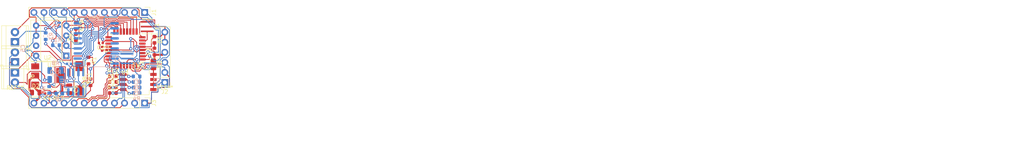
<source format=kicad_pcb>
(kicad_pcb (version 20171130) (host pcbnew "(5.1.7)-1")
  (layers (0 F.Cu signal) (31 B.Cu signal) (34 B.Paste user) (35 F.Paste user) (36 B.SilkS user) (37 F.SilkS user) (38 B.Mask user) (39 F.Mask user) (44 Edge.Cuts user))
  (net 0 "")
  (net 1 GND)
  (net 2 "Net-(C1-Pad1)")
  (net 3 VCC)
  (net 4 RESET)
  (net 5 DTR)
  (net 6 12VIN)
  (net 7 "Net-(C8-Pad1)")
  (net 8 "Net-(C9-Pad1)")
  (net 9 "Net-(D1-Pad2)")
  (net 10 "Net-(D3-Pad2)")
  (net 11 D9)
  (net 12 D8)
  (net 13 D7)
  (net 14 D6)
  (net 15 D5)
  (net 16 D4)
  (net 17 D3)
  (net 18 D2)
  (net 19 SCL)
  (net 20 SDA)
  (net 21 RXI)
  (net 22 TXO)
  (net 23 A3)
  (net 24 A2)
  (net 25 A1)
  (net 26 A0)
  (net 27 SCK)
  (net 28 MISO)
  (net 29 MOSI)
  (net 30 "Net-(J6-Pad2)")
  (net 31 "Net-(R3-Pad1)")
  (net 32 "Net-(R15-Pad2)")
  (net 33 "Net-(R14-Pad2)")
  (net 34 "Net-(R13-Pad2)")
  (net 35 "Net-(R12-Pad2)")
  (net 36 "Net-(R9-Pad1)")
  (net 37 SS)
  (net 38 "Net-(U1-Pad8)")
  (net 39 "Net-(U1-Pad7)")
  (net 40 "Net-(U4-Pad8)")
  (net 41 "Net-(U4-Pad7)")
  (net 42 "Net-(U4-Pad2)")
  (net 43 "Net-(U4-Pad1)")
  (net 44 "Net-(D4-Pad2)")
  (net 45 "Net-(J6-Pad1)")
  (net 46 5V)
  (module Connector_PinHeader_2.54mm:PinHeader_1x12_P2.54mm_Vertical (layer F.Cu) (at 241 53.46 270)
    (fp_text reference J3 (at 0 -2.33 90) (layer F.SilkS))
    (fp_text value right_pin)
    (pad 1 thru_hole rect (at 0 0 270) (size 1.7 1.7) (drill 1) (layers *.Cu *.Mask) (net 21 RXI))
    (pad 2 thru_hole oval (at 0 2.54 270) (size 1.7 1.7) (drill 1) (layers *.Cu *.Mask) (net 22 TXO))
    (pad 3 thru_hole oval (at 0 5.08 270) (size 1.7 1.7) (drill 1) (layers *.Cu *.Mask) (net 19 SCL))
    (pad 4 thru_hole oval (at 0 7.62 270) (size 1.7 1.7) (drill 1) (layers *.Cu *.Mask) (net 20 SDA))
    (pad 5 thru_hole oval (at 0 10.16 270) (size 1.7 1.7) (drill 1) (layers *.Cu *.Mask) (net 26 A0))
    (pad 6 thru_hole oval (at 0 12.7 270) (size 1.7 1.7) (drill 1) (layers *.Cu *.Mask) (net 25 A1))
    (pad 7 thru_hole oval (at 0 15.24 270) (size 1.7 1.7) (drill 1) (layers *.Cu *.Mask) (net 24 A2))
    (pad 8 thru_hole oval (at 0 17.78 270) (size 1.7 1.7) (drill 1) (layers *.Cu *.Mask) (net 23 A3))
    (pad 9 thru_hole oval (at 0 20.32 270) (size 1.7 1.7) (drill 1) (layers *.Cu *.Mask) (net 4 RESET))
    (pad 10 thru_hole oval (at 0 22.86 270) (size 1.7 1.7) (drill 1) (layers *.Cu *.Mask) (net 1 GND))
    (pad 11 thru_hole oval (at 0 25.4 270) (size 1.7 1.7) (drill 1) (layers *.Cu *.Mask) (net 46 5V))
    (pad 12 thru_hole oval (at 0 27.94 270) (size 1.7 1.7) (drill 1) (layers *.Cu *.Mask) (net 6 12VIN))
  )
  (module Package_SO:SOIC-18W_7.5x11.6mm_P1.27mm (layer B.Cu) (at 228.776 38.4048 180)
    (fp_text reference U4 (at 0 6.72) (layer B.SilkS) (effects (justify mirror)))
    (fp_text value MCP2515-xSO)
    (pad 18 smd roundrect (at 4.65 5.08 180) (size 2.05 0.6) (layers B.Cu B.Paste B.Mask) (net 3 VCC))
    (pad 17 smd roundrect (at 4.65 3.81 180) (size 2.05 0.6) (layers B.Cu B.Paste B.Mask) (net 31 "Net-(R3-Pad1)"))
    (pad 16 smd roundrect (at 4.65 2.54 180) (size 2.05 0.6) (layers B.Cu B.Paste B.Mask) (net 37 SS))
    (pad 15 smd roundrect (at 4.65 1.27 180) (size 2.05 0.6) (layers B.Cu B.Paste B.Mask) (net 28 MISO))
    (pad 14 smd roundrect (at 4.65 0 180) (size 2.05 0.6) (layers B.Cu B.Paste B.Mask) (net 29 MOSI))
    (pad 13 smd roundrect (at 4.65 -1.27 180) (size 2.05 0.6) (layers B.Cu B.Paste B.Mask) (net 27 SCK))
    (pad 12 smd roundrect (at 4.65 -2.54 180) (size 2.05 0.6) (layers B.Cu B.Paste B.Mask) (net 18 D2))
    (pad 11 smd roundrect (at 4.65 -3.81 180) (size 2.05 0.6) (layers B.Cu B.Paste B.Mask))
    (pad 10 smd roundrect (at 4.65 -5.08 180) (size 2.05 0.6) (layers B.Cu B.Paste B.Mask))
    (pad 9 smd roundrect (at -4.65 -5.08 180) (size 2.05 0.6) (layers B.Cu B.Paste B.Mask) (net 1 GND))
    (pad 8 smd roundrect (at -4.65 -3.81 180) (size 2.05 0.6) (layers B.Cu B.Paste B.Mask) (net 40 "Net-(U4-Pad8)"))
    (pad 7 smd roundrect (at -4.65 -2.54 180) (size 2.05 0.6) (layers B.Cu B.Paste B.Mask) (net 41 "Net-(U4-Pad7)"))
    (pad 6 smd roundrect (at -4.65 -1.27 180) (size 2.05 0.6) (layers B.Cu B.Paste B.Mask))
    (pad 5 smd roundrect (at -4.65 0 180) (size 2.05 0.6) (layers B.Cu B.Paste B.Mask))
    (pad 4 smd roundrect (at -4.65 1.27 180) (size 2.05 0.6) (layers B.Cu B.Paste B.Mask))
    (pad 3 smd roundrect (at -4.65 2.54 180) (size 2.05 0.6) (layers B.Cu B.Paste B.Mask))
    (pad 2 smd roundrect (at -4.65 3.81 180) (size 2.05 0.6) (layers B.Cu B.Paste B.Mask) (net 42 "Net-(U4-Pad2)"))
    (pad 1 smd roundrect (at -4.65 5.08 180) (size 2.05 0.6) (layers B.Cu B.Paste B.Mask) (net 43 "Net-(U4-Pad1)"))
  )
  (module MountingHole:MountingHole_3.2mm_M3_ISO14580 (layer F.Cu) (at 246.08 53.34)
    (fp_text reference REF** (at 0 -3.75) (layer F.SilkS))
    (fp_text value MountingHole_3.2mm_M3_ISO14580)
    (pad 1 np_thru_hole circle (at 0 0) (size 3.2 3.2) (drill 3.2) (layers *.Cu *.Mask))
  )
  (module MountingHole:MountingHole_3.2mm_M3_ISO14580 (layer F.Cu) (at 208.28 53.34)
    (fp_text reference REF** (at 0 -3.75) (layer F.SilkS))
    (fp_text value MountingHole_3.2mm_M3_ISO14580)
    (pad 1 np_thru_hole circle (at 0 0) (size 3.2 3.2) (drill 3.2) (layers *.Cu *.Mask))
  )
  (module MountingHole:MountingHole_3.2mm_M3_ISO14580 (layer F.Cu) (at 246.08 30.6)
    (fp_text reference REF** (at 0 -3.75) (layer F.SilkS))
    (fp_text value MountingHole_3.2mm_M3_ISO14580)
    (pad 1 np_thru_hole circle (at 0 0) (size 3.2 3.2) (drill 3.2) (layers *.Cu *.Mask))
  )
  (module "" (layer F.Cu) (at 210.82 33.02)
    (fp_text reference "" (at 251.46 30.48) (layer F.SilkS) (effects (font (size 1.27 1.27))))
    (fp_text value "" (at 251.46 30.48) (layer F.SilkS) (effects (font (size 1.27 1.27))))
  )
  (module MountingHole:MountingHole_3.2mm_M3_ISO14580 (layer F.Cu) (at 208.28 30.48)
    (fp_text reference REF** (at 0 -3.75) (layer F.SilkS))
    (fp_text value MountingHole_3.2mm_M3_ISO14580)
    (pad 1 np_thru_hole circle (at 0 0) (size 3.2 3.2) (drill 3.2) (layers *.Cu *.Mask))
  )
  (module Diode_SMD:D_0805_2012Metric (layer F.Cu) (at 243.205 43.7365 270)
    (fp_text reference D3 (at 0 -1.65 90) (layer F.SilkS))
    (fp_text value DIODE)
    (pad 2 smd roundrect (at 0.9375 0 270) (size 0.975 1.4) (layers F.Cu F.Paste F.Mask) (net 10 "Net-(D3-Pad2)"))
    (pad 1 smd roundrect (at -0.9375 0 270) (size 0.975 1.4) (layers F.Cu F.Paste F.Mask) (net 46 5V))
  )
  (module Diode_SMD:D_0805_2012Metric (layer F.Cu) (at 213.5355 50.8)
    (fp_text reference D2 (at 0 -1.65) (layer F.SilkS))
    (fp_text value "shot DIODE")
    (pad 2 smd roundrect (at 0.9375 0) (size 0.975 1.4) (layers F.Cu F.Paste F.Mask) (net 6 12VIN))
    (pad 1 smd roundrect (at -0.9375 0) (size 0.975 1.4) (layers F.Cu F.Paste F.Mask) (net 8 "Net-(C9-Pad1)"))
  )
  (module Crystal:Resonator_SMD_muRata_CSTxExxV-3Pin_3.0x1.1mm_HandSoldering (layer B.Cu) (at 236.555 42.227 270)
    (fp_text reference Y2 (at 0 2.45 90) (layer B.SilkS) (effects (justify mirror)))
    (fp_text value 8/16/20Mhz)
    (pad 3 smd rect (at 1.2 0 270) (size 0.4 3.2) (layers B.Cu B.Paste B.Mask) (net 40 "Net-(U4-Pad8)"))
    (pad 2 smd rect (at 0 0 270) (size 0.4 3.2) (layers B.Cu B.Paste B.Mask) (net 1 GND))
    (pad 1 smd rect (at -1.2 0 270) (size 0.4 3.2) (layers B.Cu B.Paste B.Mask) (net 41 "Net-(U4-Pad7)"))
  )
  (module Crystal:Resonator_SMD_muRata_CSTxExxV-3Pin_3.0x1.1mm_HandSoldering (layer F.Cu) (at 241.635 34.163 270)
    (fp_text reference Y1 (at 0 -2.45 90) (layer F.SilkS))
    (fp_text value 8/16/20Mhz)
    (pad 3 smd rect (at 1.2 0 270) (size 0.4 3.2) (layers F.Cu F.Paste F.Mask) (net 39 "Net-(U1-Pad7)"))
    (pad 2 smd rect (at 0 0 270) (size 0.4 3.2) (layers F.Cu F.Paste F.Mask) (net 1 GND))
    (pad 1 smd rect (at -1.2 0 270) (size 0.4 3.2) (layers F.Cu F.Paste F.Mask) (net 38 "Net-(U1-Pad8)"))
  )
  (module Package_SO:SOIC-8_3.9x4.9mm_P1.27mm (layer B.Cu) (at 223.647 48.195 270)
    (fp_text reference U5 (at 0 3.4 90) (layer B.SilkS) (effects (justify mirror)))
    (fp_text value MCP2561-E-SN)
    (pad 8 smd roundrect (at 2.475 1.905 270) (size 1.95 0.6) (layers B.Cu B.Paste B.Mask) (net 1 GND))
    (pad 7 smd roundrect (at 2.475 0.635 270) (size 1.95 0.6) (layers B.Cu B.Paste B.Mask) (net 30 "Net-(J6-Pad2)"))
    (pad 6 smd roundrect (at 2.475 -0.635 270) (size 1.95 0.6) (layers B.Cu B.Paste B.Mask) (net 45 "Net-(J6-Pad1)"))
    (pad 5 smd roundrect (at 2.475 -1.905 270) (size 1.95 0.6) (layers B.Cu B.Paste B.Mask) (net 36 "Net-(R9-Pad1)"))
    (pad 4 smd roundrect (at -2.475 -1.905 270) (size 1.95 0.6) (layers B.Cu B.Paste B.Mask) (net 42 "Net-(U4-Pad2)"))
    (pad 3 smd roundrect (at -2.475 -0.635 270) (size 1.95 0.6) (layers B.Cu B.Paste B.Mask) (net 3 VCC))
    (pad 2 smd roundrect (at -2.475 0.635 270) (size 1.95 0.6) (layers B.Cu B.Paste B.Mask) (net 1 GND))
    (pad 1 smd roundrect (at -2.475 1.905 270) (size 1.95 0.6) (layers B.Cu B.Paste B.Mask) (net 43 "Net-(U4-Pad1)"))
  )
  (module Package_DIP:DIP-8_W7.62mm_Socket (layer F.Cu) (at 221.234 41.529 180)
    (fp_text reference U3 (at 3.81 -2.33) (layer F.SilkS))
    (fp_text value 93CxxC)
    (pad 8 thru_hole oval (at 7.62 0 180) (size 1.6 1.6) (drill 0.8) (layers *.Cu *.Mask) (net 46 5V))
    (pad 4 thru_hole oval (at 0 7.62 180) (size 1.6 1.6) (drill 0.8) (layers *.Cu *.Mask) (net 28 MISO))
    (pad 7 thru_hole oval (at 7.62 2.54 180) (size 1.6 1.6) (drill 0.8) (layers *.Cu *.Mask))
    (pad 3 thru_hole oval (at 0 5.08 180) (size 1.6 1.6) (drill 0.8) (layers *.Cu *.Mask) (net 29 MOSI))
    (pad 6 thru_hole oval (at 7.62 5.08 180) (size 1.6 1.6) (drill 0.8) (layers *.Cu *.Mask) (net 1 GND))
    (pad 2 thru_hole oval (at 0 2.54 180) (size 1.6 1.6) (drill 0.8) (layers *.Cu *.Mask) (net 27 SCK))
    (pad 5 thru_hole oval (at 7.62 7.62 180) (size 1.6 1.6) (drill 0.8) (layers *.Cu *.Mask) (net 1 GND))
    (pad 1 thru_hole rect (at 0 0 180) (size 1.6 1.6) (drill 0.8) (layers *.Cu *.Mask) (net 11 D9))
  )
  (module Package_TO_SOT_SMD:SOT-223-3_TabPin2 (layer F.Cu) (at 216.535 46.496)
    (fp_text reference U2 (at 0 -4.5) (layer F.SilkS))
    (fp_text value LD1117S50TR_SOT223)
    (pad 1 smd rect (at -3.15 -2.3) (size 2 1.5) (layers F.Cu F.Paste F.Mask) (net 1 GND))
    (pad 3 smd rect (at -3.15 2.3) (size 2 1.5) (layers F.Cu F.Paste F.Mask) (net 6 12VIN))
    (pad 2 smd rect (at -3.15 0) (size 2 1.5) (layers F.Cu F.Paste F.Mask) (net 8 "Net-(C9-Pad1)"))
    (pad 2 smd rect (at 3.15 0) (size 2 3.8) (layers F.Cu F.Paste F.Mask) (net 8 "Net-(C9-Pad1)"))
  )
  (module Package_QFP:TQFP-32_7x7mm_P0.8mm (layer F.Cu) (at 236.161 39.656 180)
    (fp_text reference U1 (at 0 -6.05) (layer F.SilkS))
    (fp_text value ATmega328PB-AU)
    (pad 32 smd rect (at -2.8 -4.25 270) (size 1.6 0.55) (layers F.Cu F.Paste F.Mask) (net 18 D2))
    (pad 31 smd rect (at -2 -4.25 270) (size 1.6 0.55) (layers F.Cu F.Paste F.Mask) (net 22 TXO))
    (pad 30 smd rect (at -1.2 -4.25 270) (size 1.6 0.55) (layers F.Cu F.Paste F.Mask) (net 21 RXI))
    (pad 29 smd rect (at -0.4 -4.25 270) (size 1.6 0.55) (layers F.Cu F.Paste F.Mask) (net 4 RESET))
    (pad 28 smd rect (at 0.4 -4.25 270) (size 1.6 0.55) (layers F.Cu F.Paste F.Mask) (net 19 SCL))
    (pad 27 smd rect (at 1.2 -4.25 270) (size 1.6 0.55) (layers F.Cu F.Paste F.Mask) (net 20 SDA))
    (pad 26 smd rect (at 2 -4.25 270) (size 1.6 0.55) (layers F.Cu F.Paste F.Mask) (net 23 A3))
    (pad 25 smd rect (at 2.8 -4.25 270) (size 1.6 0.55) (layers F.Cu F.Paste F.Mask) (net 24 A2))
    (pad 24 smd rect (at 4.25 -2.8 180) (size 1.6 0.55) (layers F.Cu F.Paste F.Mask) (net 25 A1))
    (pad 23 smd rect (at 4.25 -2 180) (size 1.6 0.55) (layers F.Cu F.Paste F.Mask) (net 26 A0))
    (pad 22 smd rect (at 4.25 -1.2 180) (size 1.6 0.55) (layers F.Cu F.Paste F.Mask))
    (pad 21 smd rect (at 4.25 -0.4 180) (size 1.6 0.55) (layers F.Cu F.Paste F.Mask) (net 1 GND))
    (pad 20 smd rect (at 4.25 0.4 180) (size 1.6 0.55) (layers F.Cu F.Paste F.Mask) (net 2 "Net-(C1-Pad1)"))
    (pad 19 smd rect (at 4.25 1.2 180) (size 1.6 0.55) (layers F.Cu F.Paste F.Mask))
    (pad 18 smd rect (at 4.25 2 180) (size 1.6 0.55) (layers F.Cu F.Paste F.Mask) (net 46 5V))
    (pad 17 smd rect (at 4.25 2.8 180) (size 1.6 0.55) (layers F.Cu F.Paste F.Mask) (net 27 SCK))
    (pad 16 smd rect (at 2.8 4.25 270) (size 1.6 0.55) (layers F.Cu F.Paste F.Mask) (net 28 MISO))
    (pad 15 smd rect (at 2 4.25 270) (size 1.6 0.55) (layers F.Cu F.Paste F.Mask) (net 29 MOSI))
    (pad 14 smd rect (at 1.2 4.25 270) (size 1.6 0.55) (layers F.Cu F.Paste F.Mask) (net 37 SS))
    (pad 13 smd rect (at 0.4 4.25 270) (size 1.6 0.55) (layers F.Cu F.Paste F.Mask) (net 11 D9))
    (pad 12 smd rect (at -0.4 4.25 270) (size 1.6 0.55) (layers F.Cu F.Paste F.Mask) (net 12 D8))
    (pad 11 smd rect (at -1.2 4.25 270) (size 1.6 0.55) (layers F.Cu F.Paste F.Mask) (net 13 D7))
    (pad 10 smd rect (at -2 4.25 270) (size 1.6 0.55) (layers F.Cu F.Paste F.Mask) (net 14 D6))
    (pad 9 smd rect (at -2.8 4.25 270) (size 1.6 0.55) (layers F.Cu F.Paste F.Mask) (net 15 D5))
    (pad 8 smd rect (at -4.25 2.8 180) (size 1.6 0.55) (layers F.Cu F.Paste F.Mask) (net 38 "Net-(U1-Pad8)"))
    (pad 7 smd rect (at -4.25 2 180) (size 1.6 0.55) (layers F.Cu F.Paste F.Mask) (net 39 "Net-(U1-Pad7)"))
    (pad 6 smd rect (at -4.25 1.2 180) (size 1.6 0.55) (layers F.Cu F.Paste F.Mask))
    (pad 5 smd rect (at -4.25 0.4 180) (size 1.6 0.55) (layers F.Cu F.Paste F.Mask) (net 1 GND))
    (pad 4 smd rect (at -4.25 -0.4 180) (size 1.6 0.55) (layers F.Cu F.Paste F.Mask) (net 46 5V))
    (pad 3 smd rect (at -4.25 -1.2 180) (size 1.6 0.55) (layers F.Cu F.Paste F.Mask))
    (pad 2 smd rect (at -4.25 -2 180) (size 1.6 0.55) (layers F.Cu F.Paste F.Mask) (net 16 D4))
    (pad 1 smd rect (at -4.25 -2.8 180) (size 1.6 0.55) (layers F.Cu F.Paste F.Mask) (net 17 D3))
  )
  (module Button_Switch_SMD:SW_DIP_SPSTx04_Slide_Copal_CHS-04B_W7.62mm_P1.27mm (layer F.Cu) (at 239.395 48.133)
    (fp_text reference SW2 (at 0 -4.235) (layer F.SilkS))
    (fp_text value SW_DIP_x04)
    (pad 8 smd rect (at 3.81 -1.905) (size 1.6 0.76) (layers F.Cu F.Paste F.Mask) (net 10 "Net-(D3-Pad2)"))
    (pad 4 smd rect (at -3.81 1.905) (size 1.6 0.76) (layers F.Cu F.Paste F.Mask) (net 32 "Net-(R15-Pad2)"))
    (pad 7 smd rect (at 3.81 -0.635) (size 1.6 0.76) (layers F.Cu F.Paste F.Mask) (net 10 "Net-(D3-Pad2)"))
    (pad 3 smd rect (at -3.81 0.635) (size 1.6 0.76) (layers F.Cu F.Paste F.Mask) (net 33 "Net-(R14-Pad2)"))
    (pad 6 smd rect (at 3.81 0.635) (size 1.6 0.76) (layers F.Cu F.Paste F.Mask) (net 10 "Net-(D3-Pad2)"))
    (pad 2 smd rect (at -3.81 -0.635) (size 1.6 0.76) (layers F.Cu F.Paste F.Mask) (net 34 "Net-(R13-Pad2)"))
    (pad 5 smd rect (at 3.81 1.905) (size 1.6 0.76) (layers F.Cu F.Paste F.Mask) (net 10 "Net-(D3-Pad2)"))
    (pad 1 smd rect (at -3.81 -1.905) (size 1.6 0.76) (layers F.Cu F.Paste F.Mask) (net 35 "Net-(R12-Pad2)"))
  )
  (module Button_Switch_SMD:SW_SPST_REED_CT05-XXXX-J1 (layer F.Cu) (at 224.536 47.212 90)
    (fp_text reference SW1 (at 0 2.54 90) (layer F.SilkS))
    (fp_text value SW_DPST_x2)
    (pad 1 smd rect (at -3.08 0 90) (size 2.5 2) (layers F.Cu F.Paste F.Mask) (net 4 RESET))
    (pad 2 smd rect (at 3.08 0 90) (size 2.5 2) (layers F.Cu F.Paste F.Mask) (net 1 GND))
  )
  (module Resistor_SMD:R_0603_1608Metric (layer F.Cu) (at 223.647 33.972 270)
    (fp_text reference R19 (at 0 -1.43 90) (layer F.SilkS))
    (fp_text value 10kR)
    (pad 2 smd roundrect (at 0.825 0 270) (size 0.8 0.95) (layers F.Cu F.Paste F.Mask) (net 44 "Net-(D4-Pad2)"))
    (pad 1 smd roundrect (at -0.825 0 270) (size 0.8 0.95) (layers F.Cu F.Paste F.Mask) (net 3 VCC))
  )
  (module Resistor_SMD:R_0603_1608Metric (layer F.Cu) (at 227.33 48.196 90)
    (fp_text reference R18 (at 0 -1.43 90) (layer F.SilkS))
    (fp_text value 0R)
    (pad 1 smd roundrect (at -0.825 0 90) (size 0.8 0.95) (layers F.Cu F.Paste F.Mask) (net 46 5V))
    (pad 2 smd roundrect (at 0.825 0 90) (size 0.8 0.95) (layers F.Cu F.Paste F.Mask) (net 3 VCC))
  )
  (module Resistor_SMD:R_0603_1608Metric (layer F.Cu) (at 219.265 50.8 180)
    (fp_text reference R17 (at 0 -1.43) (layer F.SilkS))
    (fp_text value 0R)
    (pad 2 smd roundrect (at 0.825 0 180) (size 0.8 0.95) (layers F.Cu F.Paste F.Mask) (net 46 5V))
    (pad 1 smd roundrect (at -0.825 0 180) (size 0.8 0.95) (layers F.Cu F.Paste F.Mask) (net 8 "Net-(C9-Pad1)"))
  )
  (module Resistor_SMD:R_0603_1608Metric (layer F.Cu) (at 232.982 50.927)
    (fp_text reference R15 (at 0 -1.43) (layer F.SilkS))
    (fp_text value 0R)
    (pad 1 smd roundrect (at -0.825 0) (size 0.8 0.95) (layers F.Cu F.Paste F.Mask) (net 26 A0))
    (pad 2 smd roundrect (at 0.825 0) (size 0.8 0.95) (layers F.Cu F.Paste F.Mask) (net 32 "Net-(R15-Pad2)"))
  )
  (module Resistor_SMD:R_0603_1608Metric (layer F.Cu) (at 232.982 49.53)
    (fp_text reference R14 (at 0.254 -1.43) (layer F.SilkS))
    (fp_text value 0R)
    (pad 1 smd roundrect (at -0.825 0) (size 0.8 0.95) (layers F.Cu F.Paste F.Mask) (net 25 A1))
    (pad 2 smd roundrect (at 0.825 0) (size 0.8 0.95) (layers F.Cu F.Paste F.Mask) (net 33 "Net-(R14-Pad2)"))
  )
  (module Resistor_SMD:R_0603_1608Metric (layer F.Cu) (at 232.9947 48.133)
    (fp_text reference R13 (at 0 -1.43) (layer F.SilkS))
    (fp_text value 0R)
    (pad 2 smd roundrect (at 0.825 0) (size 0.8 0.95) (layers F.Cu F.Paste F.Mask) (net 34 "Net-(R13-Pad2)"))
    (pad 1 smd roundrect (at -0.825 0) (size 0.8 0.95) (layers F.Cu F.Paste F.Mask) (net 24 A2))
  )
  (module Resistor_SMD:R_0603_1608Metric (layer F.Cu) (at 232.982 46.736)
    (fp_text reference R12 (at 0 -1.43) (layer F.SilkS))
    (fp_text value 0R)
    (pad 1 smd roundrect (at -0.825 0) (size 0.8 0.95) (layers F.Cu F.Paste F.Mask) (net 23 A3))
    (pad 2 smd roundrect (at 0.825 0) (size 0.8 0.95) (layers F.Cu F.Paste F.Mask) (net 35 "Net-(R12-Pad2)"))
  )
  (module Resistor_SMD:R_0603_1608Metric (layer B.Cu) (at 218.631 38.862 180)
    (fp_text reference R11 (at 0 1.43) (layer B.SilkS) (effects (justify mirror)))
    (fp_text value 10K)
    (pad 2 smd roundrect (at 0.825 0 180) (size 0.8 0.95) (layers B.Cu B.Paste B.Mask) (net 1 GND))
    (pad 1 smd roundrect (at -0.825 0 180) (size 0.8 0.95) (layers B.Cu B.Paste B.Mask) (net 11 D9))
  )
  (module Resistor_SMD:R_1206_3216Metric (layer B.Cu) (at 218.5015 47.498 180)
    (fp_text reference R10 (at 0 1.82) (layer B.SilkS) (effects (justify mirror)))
    (fp_text value 56)
    (pad 2 smd roundrect (at 1.4625 0 180) (size 1.125 1.75) (layers B.Cu B.Paste B.Mask) (roundrect_rratio 0.222222) (net 30 "Net-(J6-Pad2)"))
    (pad 1 smd roundrect (at -1.4625 0 180) (size 1.125 1.75) (layers B.Cu B.Paste B.Mask) (roundrect_rratio 0.222222) (net 7 "Net-(C8-Pad1)"))
  )
  (module Resistor_SMD:R_0603_1608Metric (layer B.Cu) (at 216.916 50.101 270)
    (fp_text reference R9 (at 0 1.43 90) (layer B.SilkS) (effects (justify mirror)))
    (fp_text value 300)
    (pad 2 smd roundrect (at 0.825 0 270) (size 0.8 0.95) (layers B.Cu B.Paste B.Mask) (net 7 "Net-(C8-Pad1)"))
    (pad 1 smd roundrect (at -0.825 0 270) (size 0.8 0.95) (layers B.Cu B.Paste B.Mask) (net 36 "Net-(R9-Pad1)"))
  )
  (module Resistor_SMD:R_1206_3216Metric (layer B.Cu) (at 218.5015 45.212 180)
    (fp_text reference R8 (at 0 1.82) (layer B.SilkS) (effects (justify mirror)))
    (fp_text value 56)
    (pad 2 smd roundrect (at 1.4625 0 180) (size 1.125 1.75) (layers B.Cu B.Paste B.Mask) (roundrect_rratio 0.222222) (net 7 "Net-(C8-Pad1)"))
    (pad 1 smd roundrect (at -1.4625 0 180) (size 1.125 1.75) (layers B.Cu B.Paste B.Mask) (roundrect_rratio 0.222222) (net 45 "Net-(J6-Pad1)"))
  )
  (module Resistor_SMD:R_0603_1608Metric (layer B.Cu) (at 238.95 46.736)
    (fp_text reference R7 (at 0 1.43) (layer B.SilkS) (effects (justify mirror)))
    (fp_text value 10K)
    (pad 2 smd roundrect (at 0.825 0) (size 0.8 0.95) (layers B.Cu B.Paste B.Mask) (net 1 GND))
    (pad 1 smd roundrect (at -0.825 0) (size 0.8 0.95) (layers B.Cu B.Paste B.Mask) (net 35 "Net-(R12-Pad2)"))
  )
  (module Resistor_SMD:R_0603_1608Metric (layer B.Cu) (at 238.95 48.133)
    (fp_text reference R6 (at 0 1.43) (layer B.SilkS) (effects (justify mirror)))
    (fp_text value 10K)
    (pad 2 smd roundrect (at 0.825 0) (size 0.8 0.95) (layers B.Cu B.Paste B.Mask) (net 1 GND))
    (pad 1 smd roundrect (at -0.825 0) (size 0.8 0.95) (layers B.Cu B.Paste B.Mask) (net 34 "Net-(R13-Pad2)"))
  )
  (module Resistor_SMD:R_0603_1608Metric (layer B.Cu) (at 238.95 49.53)
    (fp_text reference R5 (at 0 1.43) (layer B.SilkS) (effects (justify mirror)))
    (fp_text value 10K)
    (pad 1 smd roundrect (at -0.825 0) (size 0.8 0.95) (layers B.Cu B.Paste B.Mask) (net 33 "Net-(R14-Pad2)"))
    (pad 2 smd roundrect (at 0.825 0) (size 0.8 0.95) (layers B.Cu B.Paste B.Mask) (net 1 GND))
  )
  (module Resistor_SMD:R_0603_1608Metric (layer B.Cu) (at 238.95 50.927)
    (fp_text reference R4 (at 0 1.43) (layer B.SilkS) (effects (justify mirror)))
    (fp_text value 10K)
    (pad 1 smd roundrect (at -0.825 0) (size 0.8 0.95) (layers B.Cu B.Paste B.Mask) (net 32 "Net-(R15-Pad2)"))
    (pad 2 smd roundrect (at 0.825 0) (size 0.8 0.95) (layers B.Cu B.Paste B.Mask) (net 1 GND))
  )
  (module Resistor_SMD:R_0603_1608Metric (layer B.Cu) (at 216.027 36.576 90)
    (fp_text reference R3 (at 0 1.43 270) (layer B.SilkS) (effects (justify mirror)))
    (fp_text value 10K)
    (pad 2 smd roundrect (at 0.825 0 90) (size 0.8 0.95) (layers B.Cu B.Paste B.Mask) (net 3 VCC))
    (pad 1 smd roundrect (at -0.825 0 90) (size 0.8 0.95) (layers B.Cu B.Paste B.Mask) (net 31 "Net-(R3-Pad1)"))
  )
  (module Resistor_SMD:R_0603_1608Metric (layer F.Cu) (at 243.459 40.449 90)
    (fp_text reference R2 (at 0 -1.43 90) (layer F.SilkS))
    (fp_text value 10kR)
    (pad 2 smd roundrect (at 0.825 0 90) (size 0.8 0.95) (layers F.Cu F.Paste F.Mask) (net 9 "Net-(D1-Pad2)"))
    (pad 1 smd roundrect (at -0.825 0 90) (size 0.8 0.95) (layers F.Cu F.Paste F.Mask) (net 46 5V))
  )
  (module Resistor_SMD:R_0603_1608Metric (layer F.Cu) (at 226.822 42.735 270)
    (fp_text reference R1 (at 0 -1.43 90) (layer F.SilkS))
    (fp_text value 10K)
    (pad 2 smd roundrect (at 0.825 0 270) (size 0.8 0.95) (layers F.Cu F.Paste F.Mask) (net 4 RESET))
    (pad 1 smd roundrect (at -0.825 0 270) (size 0.8 0.95) (layers F.Cu F.Paste F.Mask) (net 46 5V))
  )
  (module TerminalBlock_TE-Connectivity:TerminalBlock_TE_282834-2_1x02_P2.54mm_Horizontal (layer F.Cu) (at 208.28 45.72 270)
    (fp_text reference J6 (at 1.27 -4.37 90) (layer F.SilkS))
    (fp_text value CAN)
    (pad 2 thru_hole circle (at 2.54 0 270) (size 2.1 2.1) (drill 1.1) (layers *.Cu *.Mask) (net 30 "Net-(J6-Pad2)"))
    (pad 1 thru_hole rect (at 0 0 270) (size 2.1 2.1) (drill 1.1) (layers *.Cu *.Mask) (net 45 "Net-(J6-Pad1)"))
  )
  (module TerminalBlock_TE-Connectivity:TerminalBlock_TE_282834-2_1x02_P2.54mm_Horizontal (layer F.Cu) (at 208.28 38.1 90)
    (fp_text reference J5 (at 1.27 -4.37 90) (layer F.SilkS))
    (fp_text value i2c_power)
    (pad 1 thru_hole rect (at 0 0 90) (size 2.1 2.1) (drill 1.1) (layers *.Cu *.Mask) (net 3 VCC))
    (pad 2 thru_hole circle (at 2.54 0 90) (size 2.1 2.1) (drill 1.1) (layers *.Cu *.Mask) (net 1 GND))
  )
  (module TerminalBlock_TE-Connectivity:TerminalBlock_TE_282834-2_1x02_P2.54mm_Horizontal (layer F.Cu) (at 208.28 43.18 90)
    (fp_text reference J4 (at 1.27 -4.37 90) (layer F.SilkS))
    (fp_text value I2C)
    (pad 1 thru_hole rect (at 0 0 90) (size 2.1 2.1) (drill 1.1) (layers *.Cu *.Mask) (net 19 SCL))
    (pad 2 thru_hole circle (at 2.54 0 90) (size 2.1 2.1) (drill 1.1) (layers *.Cu *.Mask) (net 20 SDA))
  )
  (module Connector_PinHeader_2.54mm:PinHeader_1x06_P2.54mm_Vertical (layer F.Cu) (at 246.08 48.26 180)
    (fp_text reference J2 (at 0 -2.33) (layer F.SilkS))
    (fp_text value FTDI)
    (pad 6 thru_hole oval (at 0 12.7 180) (size 1.7 1.7) (drill 1) (layers *.Cu *.Mask) (net 1 GND))
    (pad 5 thru_hole oval (at 0 10.16 180) (size 1.7 1.7) (drill 1) (layers *.Cu *.Mask) (net 1 GND))
    (pad 4 thru_hole oval (at 0 7.62 180) (size 1.7 1.7) (drill 1) (layers *.Cu *.Mask) (net 46 5V))
    (pad 3 thru_hole oval (at 0 5.08 180) (size 1.7 1.7) (drill 1) (layers *.Cu *.Mask) (net 22 TXO))
    (pad 2 thru_hole oval (at 0 2.54 180) (size 1.7 1.7) (drill 1) (layers *.Cu *.Mask) (net 21 RXI))
    (pad 1 thru_hole rect (at 0 0 180) (size 1.7 1.7) (drill 1) (layers *.Cu *.Mask) (net 5 DTR))
  )
  (module Connector_PinHeader_2.54mm:PinHeader_1x12_P2.54mm_Vertical (layer F.Cu) (at 241 30.6 270)
    (fp_text reference J1 (at 0 -2.33 90) (layer F.SilkS))
    (fp_text value left_pin)
    (pad 1 thru_hole rect (at 0 0 270) (size 1.7 1.7) (drill 1) (layers *.Cu *.Mask) (net 18 D2))
    (pad 2 thru_hole oval (at 0 2.54 270) (size 1.7 1.7) (drill 1) (layers *.Cu *.Mask) (net 17 D3))
    (pad 3 thru_hole oval (at 0 5.08 270) (size 1.7 1.7) (drill 1) (layers *.Cu *.Mask) (net 16 D4))
    (pad 4 thru_hole oval (at 0 7.62 270) (size 1.7 1.7) (drill 1) (layers *.Cu *.Mask) (net 15 D5))
    (pad 5 thru_hole oval (at 0 10.16 270) (size 1.7 1.7) (drill 1) (layers *.Cu *.Mask) (net 14 D6))
    (pad 6 thru_hole oval (at 0 12.7 270) (size 1.7 1.7) (drill 1) (layers *.Cu *.Mask) (net 13 D7))
    (pad 7 thru_hole oval (at 0 15.24 270) (size 1.7 1.7) (drill 1) (layers *.Cu *.Mask) (net 12 D8))
    (pad 8 thru_hole oval (at 0 17.78 270) (size 1.7 1.7) (drill 1) (layers *.Cu *.Mask) (net 11 D9))
    (pad 9 thru_hole oval (at 0 20.32 270) (size 1.7 1.7) (drill 1) (layers *.Cu *.Mask) (net 1 GND))
    (pad 10 thru_hole oval (at 0 22.86 270) (size 1.7 1.7) (drill 1) (layers *.Cu *.Mask) (net 28 MISO))
    (pad 11 thru_hole oval (at 0 25.4 270) (size 1.7 1.7) (drill 1) (layers *.Cu *.Mask) (net 29 MOSI))
    (pad 12 thru_hole oval (at 0 27.94 270) (size 1.7 1.7) (drill 1) (layers *.Cu *.Mask) (net 27 SCK))
  )
  (module LED_SMD:LED_0603_1608Metric (layer F.Cu) (at 223.647 36.8555 90)
    (fp_text reference D4 (at 0 -1.43 90) (layer F.SilkS))
    (fp_text value LED)
    (pad 2 smd roundrect (at 0.7875 0 90) (size 0.875 0.95) (layers F.Cu F.Paste F.Mask) (net 44 "Net-(D4-Pad2)"))
    (pad 1 smd roundrect (at -0.7875 0 90) (size 0.875 0.95) (layers F.Cu F.Paste F.Mask) (net 1 GND))
  )
  (module LED_SMD:LED_0603_1608Metric (layer F.Cu) (at 243.459 37.4905 270)
    (fp_text reference D1 (at 0 -1.43 90) (layer F.SilkS))
    (fp_text value LED)
    (pad 2 smd roundrect (at 0.7875 0 270) (size 0.875 0.95) (layers F.Cu F.Paste F.Mask) (net 9 "Net-(D1-Pad2)"))
    (pad 1 smd roundrect (at -0.7875 0 270) (size 0.875 0.95) (layers F.Cu F.Paste F.Mask) (net 1 GND))
  )
  (module Capacitor_SMD:C_0805_2012Metric (layer F.Cu) (at 221.996 49.972 270)
    (fp_text reference C9 (at 0 -1.68 90) (layer F.SilkS))
    (fp_text value 10uF)
    (pad 2 smd roundrect (at 0.95 0 270) (size 1 1.45) (layers F.Cu F.Paste F.Mask) (net 1 GND))
    (pad 1 smd roundrect (at -0.95 0 270) (size 1 1.45) (layers F.Cu F.Paste F.Mask) (net 8 "Net-(C9-Pad1)"))
  )
  (module Capacitor_SMD:C_0603_1608Metric (layer B.Cu) (at 219.456 51.054)
    (fp_text reference C8 (at 0 1.43) (layer B.SilkS) (effects (justify mirror)))
    (fp_text value 4700pF)
    (pad 2 smd roundrect (at 0.775 0) (size 0.9 0.95) (layers B.Cu B.Paste B.Mask) (net 1 GND))
    (pad 1 smd roundrect (at -0.775 0) (size 0.9 0.95) (layers B.Cu B.Paste B.Mask) (net 7 "Net-(C8-Pad1)"))
  )
  (module Capacitor_SMD:C_0402_1005Metric (layer B.Cu) (at 221.897 43.561 180)
    (fp_text reference C7 (at 0 1.16) (layer B.SilkS) (effects (justify mirror)))
    (fp_text value 0.1uF)
    (pad 2 smd roundrect (at 0.48 0 180) (size 0.56 0.62) (layers B.Cu B.Paste B.Mask) (net 1 GND))
    (pad 1 smd roundrect (at -0.48 0 180) (size 0.56 0.62) (layers B.Cu B.Paste B.Mask) (net 3 VCC))
  )
  (module Capacitor_SMD:C_0402_1005Metric (layer B.Cu) (at 219.583 33.6703 270)
    (fp_text reference C6 (at 0 1.16 90) (layer B.SilkS) (effects (justify mirror)))
    (fp_text value 0.1uF)
    (pad 2 smd roundrect (at 0.48 0 270) (size 0.56 0.62) (layers B.Cu B.Paste B.Mask) (net 1 GND))
    (pad 1 smd roundrect (at -0.48 0 270) (size 0.56 0.62) (layers B.Cu B.Paste B.Mask) (net 3 VCC))
  )
  (module Capacitor_SMD:C_0402_1005Metric (layer B.Cu) (at 211.455 39.652 270)
    (fp_text reference C5 (at 0 1.16 90) (layer B.SilkS) (effects (justify mirror)))
    (fp_text value 0.1uF)
    (pad 2 smd roundrect (at 0.48 0 270) (size 0.56 0.62) (layers B.Cu B.Paste B.Mask) (net 46 5V))
    (pad 1 smd roundrect (at -0.48 0 270) (size 0.56 0.62) (layers B.Cu B.Paste B.Mask) (net 1 GND))
  )
  (module Capacitor_SMD:C_0402_1005Metric (layer F.Cu) (at 216.38 51.054 180)
    (fp_text reference C4 (at 0 -1.16 180) (layer F.SilkS))
    (fp_text value 0.1uF)
    (pad 2 smd roundrect (at 0.48 0 180) (size 0.56 0.62) (layers F.Cu F.Paste F.Mask) (net 6 12VIN))
    (pad 1 smd roundrect (at -0.48 0 180) (size 0.56 0.62) (layers F.Cu F.Paste F.Mask) (net 1 GND))
  )
  (module Capacitor_SMD:C_0402_1005Metric (layer B.Cu) (at 243.995 48.895 180)
    (fp_text reference C3 (at 0 1.16) (layer B.SilkS) (effects (justify mirror)))
    (fp_text value 0.1uF)
    (pad 2 smd roundrect (at 0.48 0 180) (size 0.56 0.62) (layers B.Cu B.Paste B.Mask) (net 4 RESET))
    (pad 1 smd roundrect (at -0.48 0 180) (size 0.56 0.62) (layers B.Cu B.Paste B.Mask) (net 5 DTR))
  )
  (module Capacitor_SMD:C_0402_1005Metric (layer F.Cu) (at 229.9361 38.2905 180)
    (fp_text reference C2 (at 0 -1.16) (layer F.SilkS))
    (fp_text value 0.1uF)
    (pad 2 smd roundrect (at 0.48 0 180) (size 0.56 0.62) (layers F.Cu F.Paste F.Mask) (net 1 GND))
    (pad 1 smd roundrect (at -0.48 0 180) (size 0.56 0.62) (layers F.Cu F.Paste F.Mask) (net 46 5V))
  )
  (module Capacitor_SMD:C_0402_1005Metric (layer F.Cu) (at 230.2637 39.7637 270)
    (fp_text reference C1 (at 0 -1.16 90) (layer F.SilkS))
    (fp_text value 0.1uF)
    (pad 2 smd roundrect (at 0.48 0 270) (size 0.56 0.62) (layers F.Cu F.Paste F.Mask) (net 1 GND))
    (pad 1 smd roundrect (at -0.48 0 270) (size 0.56 0.62) (layers F.Cu F.Paste F.Mask) (net 2 "Net-(C1-Pad1)"))
  )
  (segment (start 239.775 46.736) (end 239.775 48.133) (width 0.2) (layer B.Cu) (net 1))
  (segment (start 239.775 48.133) (end 239.775 49.53) (width 0.2) (layer B.Cu) (net 1))
  (segment (start 239.775 49.53) (end 239.775 50.927) (width 0.2) (layer B.Cu) (net 1))
  (segment (start 244.937 36.703) (end 246.08 35.56) (width 0.25) (layer F.Cu) (net 1))
  (segment (start 243.459 36.703) (end 244.937 36.703) (width 0.25) (layer F.Cu) (net 1))
  (segment (start 246.08 38.1) (end 246.08 35.56) (width 0.25) (layer F.Cu) (net 1))
  (segment (start 246.126 35.514) (end 246.08 35.56) (width 0.25) (layer F.Cu) (net 1))
  (segment (start 246.126 34.163) (end 246.126 35.514) (width 0.25) (layer F.Cu) (net 1))
  (segment (start 243.459 36.703) (end 242.68399 37.47801) (width 0.2) (layer F.Cu) (net 1))
  (segment (start 242.68399 37.47801) (end 242.68399 39.216888) (width 0.2) (layer F.Cu) (net 1))
  (segment (start 242.644878 39.256) (end 242.68399 39.216888) (width 0.2) (layer F.Cu) (net 1))
  (segment (start 240.411 39.256) (end 242.644878 39.256) (width 0.2) (layer F.Cu) (net 1))
  (segment (start 229.4561 38.2905) (end 229.4561 38.4481) (width 0.2) (layer F.Cu) (net 1))
  (segment (start 229.743 38.735) (end 229.743 38.87213) (width 0.2) (layer F.Cu) (net 1))
  (segment (start 229.4561 38.4481) (end 229.743 38.735) (width 0.2) (layer F.Cu) (net 1))
  (segment (start 229.65369 39.63369) (end 230.2637 40.2437) (width 0.2) (layer F.Cu) (net 1))
  (segment (start 229.65369 38.96144) (end 229.65369 39.63369) (width 0.2) (layer F.Cu) (net 1))
  (segment (start 229.743 38.87213) (end 229.65369 38.96144) (width 0.2) (layer F.Cu) (net 1))
  (segment (start 238.610988 45.571988) (end 239.775 46.736) (width 0.2) (layer B.Cu) (net 1))
  (segment (start 238.610988 43.142986) (end 238.610988 45.571988) (width 0.2) (layer B.Cu) (net 1))
  (segment (start 237.695002 42.227) (end 238.610988 43.142986) (width 0.2) (layer B.Cu) (net 1))
  (segment (start 236.555 42.227) (end 237.695002 42.227) (width 0.2) (layer B.Cu) (net 1))
  (segment (start 238.286964 42.227) (end 239.010998 41.502966) (width 0.2) (layer B.Cu) (net 1))
  (segment (start 236.555 42.227) (end 238.286964 42.227) (width 0.2) (layer B.Cu) (net 1))
  (segment (start 239.595998 39.256) (end 240.411 39.256) (width 0.2) (layer F.Cu) (net 1))
  (segment (start 239.010998 39.841) (end 239.595998 39.256) (width 0.2) (layer F.Cu) (net 1))
  (segment (start 239.010998 39.727281) (end 238.972882 39.689165) (width 0.2) (layer B.Cu) (net 1))
  (via (at 238.972882 39.689165) (size 0.8) (drill 0.4) (layers F.Cu B.Cu) (net 1))
  (segment (start 239.010998 41.502966) (end 239.010998 39.727281) (width 0.2) (layer B.Cu) (net 1))
  (segment (start 232.10099 42.551202) (end 232.475788 42.926) (width 0.2) (layer B.Cu) (net 1))
  (segment (start 232.10099 41.878398) (end 232.10099 42.551202) (width 0.2) (layer B.Cu) (net 1))
  (segment (start 234.487402 41.61479) (end 232.364598 41.61479) (width 0.2) (layer B.Cu) (net 1))
  (segment (start 232.364598 41.61479) (end 232.10099 41.878398) (width 0.2) (layer B.Cu) (net 1))
  (segment (start 235.099612 42.227) (end 234.487402 41.61479) (width 0.2) (layer B.Cu) (net 1))
  (segment (start 236.555 42.227) (end 235.099612 42.227) (width 0.2) (layer B.Cu) (net 1))
  (segment (start 232.8672 42.926) (end 233.426 43.4848) (width 0.2) (layer B.Cu) (net 1))
  (segment (start 232.475788 42.926) (end 232.8672 42.926) (width 0.2) (layer B.Cu) (net 1))
  (segment (start 216.848308 51.054) (end 215.867434 52.034874) (width 0.2) (layer F.Cu) (net 1))
  (via (at 215.265 51.943) (size 0.8) (drill 0.4) (layers F.Cu B.Cu) (net 1))
  (segment (start 216.86 51.054) (end 216.848308 51.054) (width 0.2) (layer F.Cu) (net 1))
  (segment (start 217.29256 53.46) (end 218.14 53.46) (width 0.2) (layer B.Cu) (net 1))
  (segment (start 220.615 50.67) (end 220.231 51.054) (width 0.2) (layer B.Cu) (net 1))
  (segment (start 221.742 50.67) (end 220.615 50.67) (width 0.2) (layer B.Cu) (net 1))
  (segment (start 220.231 51.054) (end 220.231 51.369) (width 0.2) (layer B.Cu) (net 1))
  (segment (start 220.68 30.6) (end 220.68 29.545) (width 0.2) (layer F.Cu) (net 1))
  (segment (start 212.507999 29.449999) (end 211.909999 30.047999) (width 0.2) (layer F.Cu) (net 1))
  (segment (start 220.584999 29.449999) (end 212.507999 29.449999) (width 0.2) (layer F.Cu) (net 1))
  (segment (start 220.68 29.545) (end 220.584999 29.449999) (width 0.2) (layer F.Cu) (net 1))
  (segment (start 211.909999 31.569999) (end 212.090001 31.750001) (width 0.2) (layer F.Cu) (net 1))
  (segment (start 212.090001 31.750001) (end 213.486999 31.750001) (width 0.2) (layer F.Cu) (net 1))
  (segment (start 213.614 31.877002) (end 213.614 33.909) (width 0.2) (layer F.Cu) (net 1))
  (segment (start 213.486999 31.750001) (end 213.614 31.877002) (width 0.2) (layer F.Cu) (net 1))
  (segment (start 211.909999 31.930001) (end 211.909999 31.061999) (width 0.2) (layer F.Cu) (net 1))
  (segment (start 208.28 35.56) (end 211.909999 31.930001) (width 0.2) (layer F.Cu) (net 1))
  (segment (start 211.909999 31.061999) (end 211.909999 31.569999) (width 0.2) (layer F.Cu) (net 1))
  (segment (start 211.909999 30.047999) (end 211.909999 31.061999) (width 0.2) (layer F.Cu) (net 1))
  (segment (start 213.614 33.909) (end 216.301002 33.909) (width 0.2) (layer F.Cu) (net 1))
  (segment (start 216.301002 33.909) (end 216.662992 34.27099) (width 0.2) (layer F.Cu) (net 1))
  (segment (start 219.429191 33.681809) (end 218.694 34.417) (width 0.2) (layer F.Cu) (net 1))
  (segment (start 219.065191 32.538809) (end 219.429191 32.902809) (width 0.2) (layer F.Cu) (net 1))
  (via (at 218.694 34.417) (size 0.8) (drill 0.4) (layers F.Cu B.Cu) (net 1))
  (segment (start 219.429191 32.902809) (end 219.429191 33.681809) (width 0.2) (layer F.Cu) (net 1))
  (segment (start 218.395173 32.538809) (end 219.065191 32.538809) (width 0.2) (layer F.Cu) (net 1))
  (segment (start 216.662992 34.27099) (end 218.395173 32.538809) (width 0.2) (layer F.Cu) (net 1))
  (segment (start 219.3163 34.417) (end 219.583 34.1503) (width 0.2) (layer B.Cu) (net 1))
  (segment (start 218.694 34.417) (end 219.3163 34.417) (width 0.2) (layer B.Cu) (net 1))
  (via (at 217.805 37.719) (size 0.8) (drill 0.4) (layers F.Cu B.Cu) (net 1))
  (segment (start 218.694 36.83) (end 217.805 37.719) (width 0.2) (layer F.Cu) (net 1))
  (segment (start 218.694 34.417) (end 218.694 36.83) (width 0.2) (layer F.Cu) (net 1))
  (segment (start 217.805 38.861) (end 217.806 38.862) (width 0.2) (layer B.Cu) (net 1))
  (segment (start 217.805 37.719) (end 217.805 38.861) (width 0.2) (layer B.Cu) (net 1))
  (segment (start 213.614 33.909) (end 213.614 36.449) (width 0.2) (layer F.Cu) (net 1))
  (segment (start 212.814001 37.248999) (end 212.814001 38.160997) (width 0.2) (layer B.Cu) (net 1))
  (segment (start 213.614 36.449) (end 212.814001 37.248999) (width 0.2) (layer B.Cu) (net 1))
  (segment (start 211.802998 39.172) (end 211.455 39.172) (width 0.2) (layer B.Cu) (net 1))
  (segment (start 212.814001 38.160997) (end 211.802998 39.172) (width 0.2) (layer B.Cu) (net 1))
  (via (at 213.459396 42.92044) (size 0.8) (drill 0.4) (layers F.Cu B.Cu) (net 1))
  (segment (start 213.31117 42.92044) (end 213.459396 42.92044) (width 0.2) (layer B.Cu) (net 1))
  (segment (start 210.84499 40.45426) (end 213.31117 42.92044) (width 0.2) (layer B.Cu) (net 1))
  (segment (start 210.84499 39.78201) (end 210.84499 40.45426) (width 0.2) (layer B.Cu) (net 1))
  (segment (start 211.455 39.172) (end 210.84499 39.78201) (width 0.2) (layer B.Cu) (net 1))
  (segment (start 213.459396 44.121604) (end 213.385 44.196) (width 0.2) (layer F.Cu) (net 1))
  (segment (start 213.459396 42.92044) (end 213.459396 44.121604) (width 0.2) (layer F.Cu) (net 1))
  (segment (start 229.489 38.2576) (end 229.4561 38.2905) (width 0.2) (layer F.Cu) (net 1))
  (segment (start 239.610001 31.584001) (end 240.488999 32.462999) (width 0.2) (layer F.Cu) (net 1))
  (segment (start 243.535001 32.522999) (end 243.535001 34.086999) (width 0.2) (layer F.Cu) (net 1))
  (segment (start 239.610001 30.047999) (end 239.610001 31.584001) (width 0.2) (layer F.Cu) (net 1))
  (segment (start 239.012001 29.449999) (end 239.610001 30.047999) (width 0.2) (layer F.Cu) (net 1))
  (segment (start 243.535001 34.086999) (end 243.459 34.163) (width 0.2) (layer F.Cu) (net 1))
  (segment (start 240.488999 32.462999) (end 243.475001 32.462999) (width 0.2) (layer F.Cu) (net 1))
  (segment (start 221.830001 29.449999) (end 239.012001 29.449999) (width 0.2) (layer F.Cu) (net 1))
  (segment (start 243.475001 32.462999) (end 243.535001 32.522999) (width 0.2) (layer F.Cu) (net 1))
  (segment (start 220.68 30.6) (end 221.830001 29.449999) (width 0.2) (layer F.Cu) (net 1))
  (segment (start 243.459 34.163) (end 246.126 34.163) (width 0.25) (layer F.Cu) (net 1))
  (segment (start 241.635 34.163) (end 243.459 34.163) (width 0.25) (layer F.Cu) (net 1))
  (segment (start 220.091 42.797) (end 220.091 40.951698) (width 0.2) (layer B.Cu) (net 1))
  (segment (start 218.001302 38.862) (end 217.806 38.862) (width 0.2) (layer B.Cu) (net 1))
  (segment (start 220.091 40.951698) (end 218.001302 38.862) (width 0.2) (layer B.Cu) (net 1))
  (via (at 223.139 47.371) (size 0.8) (drill 0.4) (layers F.Cu B.Cu) (net 1))
  (segment (start 223.012 47.244) (end 223.139 47.371) (width 0.2) (layer B.Cu) (net 1))
  (segment (start 223.012 45.72) (end 223.012 47.244) (width 0.2) (layer B.Cu) (net 1))
  (segment (start 223.139 47.371) (end 223.139 44.196) (width 0.2) (layer F.Cu) (net 1))
  (segment (start 224.472 44.196) (end 224.536 44.132) (width 0.2) (layer F.Cu) (net 1))
  (segment (start 223.139 44.196) (end 224.472 44.196) (width 0.2) (layer F.Cu) (net 1))
  (segment (start 223.139 47.371) (end 223.139 50.8) (width 0.2) (layer F.Cu) (net 1))
  (segment (start 223.017 50.922) (end 221.996 50.922) (width 0.2) (layer F.Cu) (net 1))
  (segment (start 223.139 50.8) (end 223.017 50.922) (width 0.2) (layer F.Cu) (net 1))
  (segment (start 220.855 43.561) (end 220.091 42.797) (width 0.2) (layer B.Cu) (net 1))
  (segment (start 221.417 43.561) (end 220.855 43.561) (width 0.2) (layer B.Cu) (net 1))
  (segment (start 223.012 45.156) (end 223.012 45.72) (width 0.2) (layer B.Cu) (net 1))
  (segment (start 221.417 43.561) (end 223.012 45.156) (width 0.2) (layer B.Cu) (net 1))
  (segment (start 229.362 34.15006) (end 229.362 38.1964) (width 0.2) (layer F.Cu) (net 1))
  (segment (start 228.455868 34.15006) (end 229.362 34.15006) (width 0.2) (layer F.Cu) (net 1))
  (segment (start 227.789518 33.798399) (end 228.104208 33.798399) (width 0.2) (layer F.Cu) (net 1))
  (segment (start 227.141798 34.446119) (end 227.789518 33.798399) (width 0.2) (layer F.Cu) (net 1))
  (segment (start 225.21978 34.446119) (end 227.141798 34.446119) (width 0.2) (layer F.Cu) (net 1))
  (segment (start 229.362 38.1964) (end 229.4561 38.2905) (width 0.2) (layer F.Cu) (net 1))
  (segment (start 225.020681 34.24702) (end 225.21978 34.446119) (width 0.2) (layer F.Cu) (net 1))
  (segment (start 224.36602 34.24702) (end 225.020681 34.24702) (width 0.2) (layer F.Cu) (net 1))
  (segment (start 228.104208 33.798399) (end 228.455868 34.15006) (width 0.2) (layer F.Cu) (net 1))
  (segment (start 224.42201 34.30301) (end 224.36602 34.24702) (width 0.2) (layer F.Cu) (net 1))
  (segment (start 224.42201 36.86799) (end 224.42201 34.30301) (width 0.2) (layer F.Cu) (net 1))
  (segment (start 223.647 37.643) (end 224.42201 36.86799) (width 0.2) (layer F.Cu) (net 1))
  (segment (start 230.4514 40.056) (end 230.2637 40.2437) (width 0.2) (layer F.Cu) (net 1))
  (segment (start 231.911 40.056) (end 230.4514 40.056) (width 0.2) (layer F.Cu) (net 1))
  (segment (start 215.45422 52.13222) (end 215.265 51.943) (width 0.2) (layer B.Cu) (net 1))
  (segment (start 215.96478 52.13222) (end 215.45422 52.13222) (width 0.2) (layer B.Cu) (net 1))
  (segment (start 215.867434 52.034874) (end 215.96478 52.13222) (width 0.2) (layer B.Cu) (net 1))
  (segment (start 215.96478 52.13222) (end 217.29256 53.46) (width 0.2) (layer B.Cu) (net 1))
  (segment (start 215.356874 52.034874) (end 215.265 51.943) (width 0.2) (layer F.Cu) (net 1))
  (segment (start 215.867434 52.034874) (end 215.356874 52.034874) (width 0.2) (layer F.Cu) (net 1))
  (via (at 237.49 37.240999) (size 0.8) (drill 0.4) (layers F.Cu B.Cu) (net 1))
  (segment (start 238.085698 37.240999) (end 237.49 37.240999) (width 0.2) (layer F.Cu) (net 1))
  (segment (start 238.972882 38.128183) (end 238.085698 37.240999) (width 0.2) (layer F.Cu) (net 1))
  (segment (start 238.972882 39.689165) (end 238.972882 38.128183) (width 0.2) (layer F.Cu) (net 1))
  (via (at 237.49 39.751) (size 0.8) (drill 0.4) (layers F.Cu B.Cu) (net 1))
  (segment (start 237.49 37.240999) (end 237.49 39.751) (width 0.2) (layer B.Cu) (net 1))
  (segment (start 237.185 40.056) (end 231.911 40.056) (width 0.2) (layer F.Cu) (net 1))
  (segment (start 237.49 39.751) (end 237.185 40.056) (width 0.2) (layer F.Cu) (net 1))
  (segment (start 220.231 51.054) (end 219.45599 51.82901) (width 0.2) (layer B.Cu) (net 1))
  (segment (start 218.542374 53.057626) (end 218.14 53.46) (width 0.2) (layer B.Cu) (net 1))
  (segment (start 218.542374 51.840626) (end 218.542374 53.057626) (width 0.2) (layer B.Cu) (net 1))
  (segment (start 218.55399 51.82901) (end 218.542374 51.840626) (width 0.2) (layer B.Cu) (net 1))
  (segment (start 219.45599 51.82901) (end 218.55399 51.82901) (width 0.2) (layer B.Cu) (net 1))
  (segment (start 230.7443 39.2837) (end 230.772 39.256) (width 0.2) (layer F.Cu) (net 2))
  (segment (start 230.2637 39.2837) (end 230.7443 39.2837) (width 0.2) (layer F.Cu) (net 2))
  (segment (start 230.772 39.256) (end 231.911 39.256) (width 0.2) (layer F.Cu) (net 2))
  (segment (start 230.744 39.256) (end 230.772 39.256) (width 0.2) (layer F.Cu) (net 2))
  (segment (start 216.989999 30.025001) (end 216.989999 31.152001) (width 0.2) (layer B.Cu) (net 3))
  (segment (start 221.232001 29.449999) (end 217.565001 29.449999) (width 0.2) (layer B.Cu) (net 3))
  (segment (start 219.028298 33.1903) (end 219.583 33.1903) (width 0.2) (layer B.Cu) (net 3))
  (segment (start 222.069999 30.287997) (end 221.232001 29.449999) (width 0.2) (layer B.Cu) (net 3))
  (segment (start 216.989999 31.152001) (end 219.028298 33.1903) (width 0.2) (layer B.Cu) (net 3))
  (segment (start 217.565001 29.449999) (end 216.989999 30.025001) (width 0.2) (layer B.Cu) (net 3))
  (segment (start 222.069999 31.268799) (end 222.069999 30.287997) (width 0.2) (layer B.Cu) (net 3))
  (segment (start 224.126 33.3248) (end 222.069999 31.268799) (width 0.2) (layer B.Cu) (net 3))
  (via (at 218.72919 33.23881) (size 0.8) (drill 0.4) (layers F.Cu B.Cu) (net 3))
  (segment (start 218.7777 33.1903) (end 218.72919 33.23881) (width 0.2) (layer B.Cu) (net 3))
  (segment (start 219.583 33.1903) (end 218.7777 33.1903) (width 0.2) (layer B.Cu) (net 3))
  (via (at 216.027 34.671) (size 0.8) (drill 0.4) (layers F.Cu B.Cu) (net 3))
  (segment (start 217.297 34.671) (end 216.027 34.671) (width 0.2) (layer F.Cu) (net 3))
  (segment (start 218.72919 33.23881) (end 217.297 34.671) (width 0.2) (layer F.Cu) (net 3))
  (segment (start 216.027 34.671) (end 216.027 35.751) (width 0.2) (layer B.Cu) (net 3))
  (segment (start 211.031001 35.348999) (end 208.28 38.1) (width 0.2) (layer B.Cu) (net 3))
  (segment (start 215.624999 35.348999) (end 211.031001 35.348999) (width 0.2) (layer B.Cu) (net 3))
  (segment (start 216.027 35.751) (end 215.624999 35.348999) (width 0.2) (layer B.Cu) (net 3))
  (via (at 224.273911 32.443375) (size 0.8) (drill 0.4) (layers F.Cu B.Cu) (net 3))
  (segment (start 223.647 33.070286) (end 224.273911 32.443375) (width 0.2) (layer F.Cu) (net 3))
  (segment (start 223.647 33.147) (end 223.647 33.070286) (width 0.2) (layer F.Cu) (net 3))
  (segment (start 224.273911 33.176889) (end 224.126 33.3248) (width 0.2) (layer B.Cu) (net 3))
  (segment (start 224.273911 32.443375) (end 224.273911 33.176889) (width 0.2) (layer B.Cu) (net 3))
  (segment (start 224.282 45.72) (end 224.282 44.08481) (width 0.2) (layer B.Cu) (net 3))
  (segment (start 222.377 43.561) (end 222.90081 44.08481) (width 0.2) (layer B.Cu) (net 3))
  (segment (start 225.187402 44.08481) (end 225.45101 43.821202) (width 0.2) (layer B.Cu) (net 3))
  (segment (start 224.01219 44.08481) (end 225.187402 44.08481) (width 0.2) (layer B.Cu) (net 3))
  (segment (start 222.90081 44.08481) (end 224.01219 44.08481) (width 0.2) (layer B.Cu) (net 3))
  (segment (start 224.01219 44.08481) (end 224.282 44.08481) (width 0.2) (layer B.Cu) (net 3))
  (via (at 227.872434 34.705433) (size 0.8) (drill 0.4) (layers F.Cu B.Cu) (net 3))
  (segment (start 227.838 34.739867) (end 227.872434 34.705433) (width 0.2) (layer F.Cu) (net 3))
  (segment (start 224.778287 31.938999) (end 224.273911 32.443375) (width 0.2) (layer B.Cu) (net 3))
  (segment (start 226.269001 31.938999) (end 224.778287 31.938999) (width 0.2) (layer B.Cu) (net 3))
  (segment (start 227.872434 33.542432) (end 226.269001 31.938999) (width 0.2) (layer B.Cu) (net 3))
  (segment (start 227.872434 34.705433) (end 227.872434 33.542432) (width 0.2) (layer B.Cu) (net 3))
  (segment (start 225.45101 43.821202) (end 225.45101 42.551202) (width 0.2) (layer B.Cu) (net 3))
  (segment (start 225.45101 42.551202) (end 225.45101 42.39199) (width 0.2) (layer B.Cu) (net 3))
  (segment (start 226.279727 41.907852) (end 226.279727 41.23585) (width 0.2) (layer B.Cu) (net 3))
  (segment (start 225.915727 42.271852) (end 226.279727 41.907852) (width 0.2) (layer B.Cu) (net 3))
  (segment (start 225.571148 42.271852) (end 225.915727 42.271852) (width 0.2) (layer B.Cu) (net 3))
  (segment (start 225.45101 42.39199) (end 225.571148 42.271852) (width 0.2) (layer B.Cu) (net 3))
  (segment (start 226.279727 41.23585) (end 226.027788 40.983911) (width 0.2) (layer B.Cu) (net 3))
  (segment (start 226.027788 40.983911) (end 227.05105 39.960649) (width 0.2) (layer B.Cu) (net 3))
  (via (at 227.570975 36.943975) (size 0.8) (drill 0.4) (layers F.Cu B.Cu) (net 3))
  (segment (start 227.2019 37.31305) (end 227.570975 36.943975) (width 0.2) (layer B.Cu) (net 3))
  (segment (start 227.05105 37.31305) (end 227.2019 37.31305) (width 0.2) (layer B.Cu) (net 3))
  (segment (start 227.05105 39.960649) (end 227.05105 37.31305) (width 0.2) (layer B.Cu) (net 3))
  (segment (start 227.570975 35.006892) (end 227.872434 34.705433) (width 0.2) (layer F.Cu) (net 3))
  (segment (start 227.570975 36.943975) (end 227.570975 35.006892) (width 0.2) (layer F.Cu) (net 3))
  (segment (start 224.282 45.72) (end 224.282 47.859302) (width 0.2) (layer B.Cu) (net 3))
  (segment (start 224.282 47.859302) (end 225.317698 48.895) (width 0.2) (layer B.Cu) (net 3))
  (via (at 225.958133 48.615614) (size 0.8) (drill 0.4) (layers F.Cu B.Cu) (net 3))
  (segment (start 225.678747 48.895) (end 225.958133 48.615614) (width 0.2) (layer B.Cu) (net 3))
  (segment (start 225.317698 48.895) (end 225.678747 48.895) (width 0.2) (layer B.Cu) (net 3))
  (segment (start 225.958133 48.615614) (end 226.313747 48.26) (width 0.2) (layer F.Cu) (net 3))
  (segment (start 226.313747 48.26) (end 227.33 48.26) (width 0.2) (layer F.Cu) (net 3))
  (segment (start 227.33 48.26) (end 227.33 47.371) (width 0.2) (layer F.Cu) (net 3))
  (via (at 239.010998 42.505998) (size 0.8) (drill 0.4) (layers F.Cu B.Cu) (net 4))
  (segment (start 236.961002 42.505998) (end 239.010998 42.505998) (width 0.2) (layer F.Cu) (net 4))
  (segment (start 236.561 42.906) (end 236.961002 42.505998) (width 0.2) (layer F.Cu) (net 4))
  (segment (start 236.561 43.906) (end 236.561 42.906) (width 0.2) (layer F.Cu) (net 4))
  (segment (start 242.209815 45.016821) (end 242.884626 44.34201) (width 0.2) (layer B.Cu) (net 4))
  (segment (start 240.830819 45.016821) (end 242.209815 45.016821) (width 0.2) (layer B.Cu) (net 4))
  (segment (start 239.010998 42.505998) (end 239.010998 43.197) (width 0.2) (layer B.Cu) (net 4))
  (segment (start 242.884626 44.34201) (end 244.97431 44.34201) (width 0.2) (layer B.Cu) (net 4))
  (segment (start 244.97431 44.34201) (end 244.929999 44.386321) (width 0.2) (layer B.Cu) (net 4))
  (segment (start 243.54273 48.895) (end 243.515 48.895) (width 0.2) (layer B.Cu) (net 4))
  (segment (start 244.929999 47.507731) (end 243.54273 48.895) (width 0.2) (layer B.Cu) (net 4))
  (segment (start 244.929999 44.386321) (end 244.929999 47.507731) (width 0.2) (layer B.Cu) (net 4))
  (segment (start 224.204311 50.623689) (end 224.536 50.292) (width 0.2) (layer F.Cu) (net 4))
  (segment (start 226.822 43.56) (end 226.55499 43.82701) (width 0.2) (layer F.Cu) (net 4))
  (segment (start 224.536 49.001745) (end 224.536 50.292) (width 0.2) (layer F.Cu) (net 4))
  (segment (start 225.677755 47.85999) (end 224.536 49.001745) (width 0.2) (layer F.Cu) (net 4))
  (segment (start 226.55499 47.85999) (end 225.677755 47.85999) (width 0.2) (layer F.Cu) (net 4))
  (segment (start 239.257999 43.444001) (end 240.830819 45.016821) (width 0.2) (layer B.Cu) (net 4))
  (segment (start 239.010998 43.197) (end 239.257999 43.444001) (width 0.2) (layer B.Cu) (net 4))
  (segment (start 239.257999 43.444001) (end 239.672883 43.029117) (width 0.2) (layer B.Cu) (net 4))
  (segment (start 239.308883 38.989164) (end 238.636881 38.989164) (width 0.2) (layer B.Cu) (net 4))
  (segment (start 238.272881 40.404879) (end 238.150761 40.526999) (width 0.2) (layer B.Cu) (net 4))
  (segment (start 234.487402 40.34479) (end 231.81621 40.34479) (width 0.2) (layer B.Cu) (net 4))
  (segment (start 239.672883 43.029117) (end 239.672883 39.353164) (width 0.2) (layer B.Cu) (net 4))
  (segment (start 239.672883 39.353164) (end 239.308883 38.989164) (width 0.2) (layer B.Cu) (net 4))
  (segment (start 238.636881 38.989164) (end 238.272881 39.353164) (width 0.2) (layer B.Cu) (net 4))
  (segment (start 238.272881 39.353164) (end 238.272881 40.404879) (width 0.2) (layer B.Cu) (net 4))
  (segment (start 238.150761 40.526999) (end 234.669611 40.526999) (width 0.2) (layer B.Cu) (net 4))
  (segment (start 234.669611 40.526999) (end 234.487402 40.34479) (width 0.2) (layer B.Cu) (net 4))
  (via (at 227.33 44.831) (size 0.8) (drill 0.4) (layers F.Cu B.Cu) (net 4))
  (segment (start 231.81621 40.34479) (end 227.33 44.831) (width 0.2) (layer B.Cu) (net 4))
  (segment (start 226.568 44.831) (end 226.55499 44.81799) (width 0.2) (layer F.Cu) (net 4))
  (segment (start 227.33 44.831) (end 226.568 44.831) (width 0.2) (layer F.Cu) (net 4))
  (segment (start 226.55499 44.81799) (end 226.55499 47.85999) (width 0.2) (layer F.Cu) (net 4))
  (segment (start 226.55499 43.82701) (end 226.55499 44.81799) (width 0.2) (layer F.Cu) (net 4))
  (segment (start 226.15201 51.681402) (end 226.15201 49.36801) (width 0.2) (layer B.Cu) (net 4))
  (segment (start 225.888402 51.94501) (end 226.15201 51.681402) (width 0.2) (layer B.Cu) (net 4))
  (segment (start 223.032988 51.94501) (end 225.888402 51.94501) (width 0.2) (layer B.Cu) (net 4))
  (segment (start 221.517998 53.46) (end 223.032988 51.94501) (width 0.2) (layer B.Cu) (net 4))
  (segment (start 226.15201 49.36801) (end 226.099615 49.315615) (width 0.2) (layer B.Cu) (net 4))
  (segment (start 220.68 53.46) (end 221.517998 53.46) (width 0.2) (layer B.Cu) (net 4))
  (segment (start 227.33 48.279749) (end 227.33 44.831) (width 0.2) (layer B.Cu) (net 4))
  (segment (start 226.294134 49.315615) (end 227.33 48.279749) (width 0.2) (layer B.Cu) (net 4))
  (segment (start 226.099615 49.315615) (end 226.294134 49.315615) (width 0.2) (layer B.Cu) (net 4))
  (segment (start 245.11 48.26) (end 244.475 48.895) (width 0.2) (layer B.Cu) (net 5))
  (segment (start 246.08 48.26) (end 245.11 48.26) (width 0.2) (layer B.Cu) (net 5))
  (segment (start 214.473 52.047) (end 213.06 53.46) (width 0.5) (layer F.Cu) (net 6))
  (segment (start 214.473 50.8) (end 214.473 52.047) (width 0.5) (layer F.Cu) (net 6))
  (segment (start 215.646 50.8) (end 215.9 51.054) (width 0.5) (layer F.Cu) (net 6))
  (segment (start 214.473 50.8) (end 215.646 50.8) (width 0.5) (layer F.Cu) (net 6))
  (segment (start 213.385 49.712) (end 214.473 50.8) (width 0.5) (layer F.Cu) (net 6))
  (segment (start 213.385 48.796) (end 213.385 49.712) (width 0.5) (layer F.Cu) (net 6))
  (segment (start 218.553 50.926) (end 218.681 51.054) (width 0.2) (layer B.Cu) (net 7))
  (segment (start 216.916 50.926) (end 218.553 50.926) (width 0.2) (layer B.Cu) (net 7))
  (segment (start 219.013522 51.054) (end 219.788532 50.27899) (width 0.2) (layer B.Cu) (net 7))
  (segment (start 218.681 51.054) (end 219.013522 51.054) (width 0.2) (layer B.Cu) (net 7))
  (segment (start 219.788532 47.673468) (end 219.964 47.498) (width 0.2) (layer B.Cu) (net 7))
  (segment (start 219.788532 50.27899) (end 219.788532 47.673468) (width 0.2) (layer B.Cu) (net 7))
  (segment (start 217.678 45.212) (end 219.964 47.498) (width 0.2) (layer B.Cu) (net 7))
  (segment (start 217.039 45.212) (end 217.678 45.212) (width 0.2) (layer B.Cu) (net 7))
  (segment (start 211.934999 50.136999) (end 212.598 50.8) (width 0.5) (layer F.Cu) (net 8))
  (segment (start 211.934999 47.685999) (end 211.934999 50.136999) (width 0.5) (layer F.Cu) (net 8))
  (segment (start 213.124998 46.496) (end 211.934999 47.685999) (width 0.5) (layer F.Cu) (net 8))
  (segment (start 213.385 46.496) (end 213.124998 46.496) (width 0.5) (layer F.Cu) (net 8))
  (segment (start 221.996 49.022) (end 220.218 49.022) (width 0.5) (layer F.Cu) (net 8))
  (segment (start 219.685 48.489) (end 219.685 46.496) (width 0.5) (layer F.Cu) (net 8))
  (segment (start 220.218 49.022) (end 219.685 48.489) (width 0.5) (layer F.Cu) (net 8))
  (segment (start 220.218 50.672) (end 220.09 50.8) (width 0.5) (layer F.Cu) (net 8))
  (segment (start 220.218 49.022) (end 220.218 50.672) (width 0.5) (layer F.Cu) (net 8))
  (segment (start 219.685 48.596) (end 219.685 46.496) (width 0.2) (layer F.Cu) (net 8))
  (segment (start 218.826283 49.454717) (end 219.685 48.596) (width 0.2) (layer F.Cu) (net 8))
  (segment (start 216.65848 48.325001) (end 217.788196 49.454717) (width 0.2) (layer F.Cu) (net 8))
  (segment (start 215.214001 48.325001) (end 216.65848 48.325001) (width 0.2) (layer F.Cu) (net 8))
  (segment (start 217.788196 49.454717) (end 218.826283 49.454717) (width 0.2) (layer F.Cu) (net 8))
  (segment (start 213.385 46.496) (end 215.214001 48.325001) (width 0.2) (layer F.Cu) (net 8))
  (segment (start 243.459 38.278) (end 243.459 39.624) (width 0.2) (layer F.Cu) (net 9))
  (segment (start 243.205 46.228) (end 243.205 47.498) (width 0.2) (layer F.Cu) (net 10))
  (segment (start 243.205 47.498) (end 243.205 48.768) (width 0.2) (layer F.Cu) (net 10))
  (segment (start 243.205 48.768) (end 243.205 50.038) (width 0.2) (layer F.Cu) (net 10))
  (segment (start 243.205 44.674) (end 243.205 46.228) (width 0.25) (layer F.Cu) (net 10))
  (segment (start 224.370001 31.750001) (end 223.22 30.6) (width 0.2) (layer F.Cu) (net 11))
  (segment (start 226.79266 32.198359) (end 226.344302 31.75) (width 0.2) (layer F.Cu) (net 11))
  (segment (start 226.344302 31.75) (end 224.370001 31.750001) (width 0.2) (layer F.Cu) (net 11))
  (segment (start 228.766963 32.198359) (end 226.79266 32.198359) (width 0.2) (layer F.Cu) (net 11))
  (segment (start 229.118624 32.55002) (end 228.766963 32.198359) (width 0.2) (layer F.Cu) (net 11))
  (segment (start 233.515584 32.998379) (end 231.541282 32.998379) (width 0.2) (layer F.Cu) (net 11))
  (segment (start 231.092924 32.55002) (end 229.118624 32.55002) (width 0.2) (layer F.Cu) (net 11))
  (segment (start 231.541282 32.998379) (end 231.092924 32.55002) (width 0.2) (layer F.Cu) (net 11))
  (segment (start 233.867245 33.350041) (end 233.515584 32.998379) (width 0.2) (layer F.Cu) (net 11))
  (segment (start 235.635959 33.350041) (end 235.635959 35.280959) (width 0.2) (layer F.Cu) (net 11))
  (segment (start 235.635959 35.280959) (end 235.761 35.406) (width 0.2) (layer F.Cu) (net 11))
  (segment (start 235.635959 33.350041) (end 233.867245 33.350041) (width 0.2) (layer F.Cu) (net 11))
  (segment (start 223.22 30.6) (end 223.22 32.391878) (width 0.2) (layer F.Cu) (net 11))
  (segment (start 220.133999 38.460999) (end 220.133999 40.428999) (width 0.2) (layer F.Cu) (net 11))
  (segment (start 220.705999 37.888999) (end 220.133999 38.460999) (width 0.2) (layer F.Cu) (net 11))
  (segment (start 220.705999 37.549001) (end 220.705999 37.888999) (width 0.2) (layer F.Cu) (net 11))
  (segment (start 220.133999 36.977001) (end 220.705999 37.549001) (width 0.2) (layer F.Cu) (net 11))
  (segment (start 220.133999 33.380999) (end 220.133999 36.977001) (width 0.2) (layer F.Cu) (net 11))
  (segment (start 220.133999 40.428999) (end 221.234 41.529) (width 0.2) (layer F.Cu) (net 11))
  (segment (start 220.705999 32.808999) (end 220.133999 33.380999) (width 0.2) (layer F.Cu) (net 11))
  (segment (start 222.802879 32.808999) (end 220.705999 32.808999) (width 0.2) (layer F.Cu) (net 11))
  (segment (start 223.22 32.391878) (end 222.802879 32.808999) (width 0.2) (layer F.Cu) (net 11))
  (segment (start 219.456 39.751) (end 221.234 41.529) (width 0.2) (layer B.Cu) (net 11))
  (segment (start 219.456 38.862) (end 219.456 39.751) (width 0.2) (layer B.Cu) (net 11))
  (segment (start 225.76 30.6) (end 226.958349 31.798349) (width 0.2) (layer F.Cu) (net 12))
  (segment (start 228.932651 31.798349) (end 229.284313 32.15001) (width 0.2) (layer F.Cu) (net 12))
  (segment (start 226.958349 31.798349) (end 228.932651 31.798349) (width 0.2) (layer F.Cu) (net 12))
  (segment (start 231.258613 32.15001) (end 231.706971 32.598369) (width 0.2) (layer F.Cu) (net 12))
  (segment (start 229.284313 32.15001) (end 231.258613 32.15001) (width 0.2) (layer F.Cu) (net 12))
  (segment (start 233.681273 32.598369) (end 234.032934 32.950031) (width 0.2) (layer F.Cu) (net 12))
  (segment (start 231.706971 32.598369) (end 233.681273 32.598369) (width 0.2) (layer F.Cu) (net 12))
  (segment (start 236.561 33.047062) (end 236.561 35.406) (width 0.2) (layer F.Cu) (net 12))
  (segment (start 235.898679 33.047062) (end 235.801648 32.950031) (width 0.2) (layer F.Cu) (net 12))
  (segment (start 236.561 33.047062) (end 235.898679 33.047062) (width 0.2) (layer F.Cu) (net 12))
  (segment (start 235.801648 32.950031) (end 234.032934 32.950031) (width 0.2) (layer F.Cu) (net 12))
  (segment (start 237.49 35.277) (end 237.361 35.406) (width 0.2) (layer F.Cu) (net 13))
  (segment (start 237.49 32.550021) (end 237.49 35.277) (width 0.2) (layer F.Cu) (net 13))
  (segment (start 234.198623 32.550021) (end 237.49 32.550021) (width 0.2) (layer F.Cu) (net 13))
  (segment (start 233.846962 32.198359) (end 234.198623 32.550021) (width 0.2) (layer F.Cu) (net 13))
  (segment (start 231.87266 32.198359) (end 233.846962 32.198359) (width 0.2) (layer F.Cu) (net 13))
  (segment (start 229.450001 31.750001) (end 231.424302 31.75) (width 0.2) (layer F.Cu) (net 13))
  (segment (start 231.424302 31.75) (end 231.87266 32.198359) (width 0.2) (layer F.Cu) (net 13))
  (segment (start 228.3 30.6) (end 229.450001 31.750001) (width 0.2) (layer F.Cu) (net 13))
  (segment (start 238.125 35.37) (end 238.161 35.406) (width 0.2) (layer F.Cu) (net 14))
  (segment (start 238.125 32.150011) (end 238.125 35.37) (width 0.2) (layer F.Cu) (net 14))
  (segment (start 234.364312 32.150011) (end 238.125 32.150011) (width 0.2) (layer F.Cu) (net 14))
  (segment (start 234.012651 31.798349) (end 234.364312 32.150011) (width 0.2) (layer F.Cu) (net 14))
  (segment (start 232.038349 31.798349) (end 234.012651 31.798349) (width 0.2) (layer F.Cu) (net 14))
  (segment (start 230.84 30.6) (end 232.038349 31.798349) (width 0.2) (layer F.Cu) (net 14))
  (segment (start 234.530001 31.750001) (end 239.013999 31.750001) (width 0.2) (layer F.Cu) (net 15))
  (segment (start 233.38 30.6) (end 234.530001 31.750001) (width 0.2) (layer F.Cu) (net 15))
  (segment (start 238.961 31.803) (end 238.961 35.406) (width 0.2) (layer F.Cu) (net 15))
  (segment (start 239.013999 31.750001) (end 238.961 31.803) (width 0.2) (layer F.Cu) (net 15))
  (segment (start 235.92 30.6) (end 237.679854 32.359854) (width 0.2) (layer B.Cu) (net 16))
  (segment (start 241.159456 32.359854) (end 243.851602 35.052) (width 0.2) (layer B.Cu) (net 16))
  (segment (start 237.679854 32.359854) (end 241.159456 32.359854) (width 0.2) (layer B.Cu) (net 16))
  (segment (start 243.851602 35.052) (end 244.45599 35.052) (width 0.2) (layer B.Cu) (net 16))
  (segment (start 244.45599 37.31899) (end 244.475 37.338) (width 0.2) (layer B.Cu) (net 16))
  (segment (start 244.45599 35.052) (end 244.45599 37.31899) (width 0.2) (layer B.Cu) (net 16))
  (segment (start 244.45599 40.36699) (end 244.475 40.386) (width 0.2) (layer B.Cu) (net 16))
  (segment (start 244.45599 37.31899) (end 244.45599 40.36699) (width 0.2) (layer B.Cu) (net 16))
  (segment (start 244.475 40.386) (end 244.475 40.64) (width 0.2) (layer B.Cu) (net 16))
  (via (at 241.826556 40.563256) (size 0.8) (drill 0.4) (layers F.Cu B.Cu) (net 16))
  (segment (start 241.9033 40.64) (end 241.826556 40.563256) (width 0.2) (layer B.Cu) (net 16))
  (segment (start 244.475 40.64) (end 241.9033 40.64) (width 0.2) (layer B.Cu) (net 16))
  (segment (start 241.226002 41.656) (end 240.411 41.656) (width 0.2) (layer F.Cu) (net 16))
  (segment (start 241.511001 41.371001) (end 241.226002 41.656) (width 0.2) (layer F.Cu) (net 16))
  (segment (start 241.892689 40.863254) (end 241.511001 41.244942) (width 0.2) (layer F.Cu) (net 16))
  (segment (start 241.892689 40.629389) (end 241.892689 40.863254) (width 0.2) (layer F.Cu) (net 16))
  (segment (start 241.511001 41.244942) (end 241.511001 41.371001) (width 0.2) (layer F.Cu) (net 16))
  (segment (start 241.826556 40.563256) (end 241.892689 40.629389) (width 0.2) (layer F.Cu) (net 16))
  (segment (start 238.46 30.6) (end 239.737 31.877) (width 0.2) (layer B.Cu) (net 17))
  (segment (start 241.935 32.131) (end 242.062 32.131) (width 0.2) (layer B.Cu) (net 17))
  (segment (start 241.681 31.877) (end 241.935 32.131) (width 0.2) (layer B.Cu) (net 17))
  (segment (start 239.737 31.877) (end 241.681 31.877) (width 0.2) (layer B.Cu) (net 17))
  (segment (start 242.42399 33.058689) (end 243.928311 34.56301) (width 0.2) (layer B.Cu) (net 17))
  (segment (start 242.42399 32.49299) (end 242.42399 33.058689) (width 0.2) (layer B.Cu) (net 17))
  (segment (start 242.062 32.131) (end 242.42399 32.49299) (width 0.2) (layer B.Cu) (net 17))
  (segment (start 243.928311 34.56301) (end 244.856 34.56301) (width 0.2) (layer B.Cu) (net 17))
  (segment (start 244.856 35.179) (end 244.929999 35.252999) (width 0.2) (layer B.Cu) (net 17))
  (segment (start 244.856 34.56301) (end 244.856 35.179) (width 0.2) (layer B.Cu) (net 17))
  (segment (start 244.929999 35.252999) (end 244.929999 42.062301) (width 0.2) (layer B.Cu) (net 17))
  (segment (start 244.929999 42.062301) (end 244.221 42.7713) (width 0.2) (layer B.Cu) (net 17))
  (via (at 242.22869 41.563255) (size 0.8) (drill 0.4) (layers F.Cu B.Cu) (net 17))
  (segment (start 243.436735 42.7713) (end 242.22869 41.563255) (width 0.2) (layer B.Cu) (net 17))
  (segment (start 244.221 42.7713) (end 243.436735 42.7713) (width 0.2) (layer B.Cu) (net 17))
  (segment (start 242.22869 41.563255) (end 242.22869 42.37831) (width 0.2) (layer F.Cu) (net 17))
  (segment (start 242.151 42.456) (end 240.411 42.456) (width 0.2) (layer F.Cu) (net 17))
  (segment (start 242.22869 42.37831) (end 242.151 42.456) (width 0.2) (layer F.Cu) (net 17))
  (segment (start 241 30.6) (end 241.039 30.6) (width 0.2) (layer B.Cu) (net 18))
  (segment (start 241 30.6) (end 241.42 30.6) (width 0.2) (layer B.Cu) (net 18))
  (segment (start 241.42 30.6) (end 242.824 32.004) (width 0.2) (layer B.Cu) (net 18))
  (segment (start 242.824 32.004) (end 242.824 32.893) (width 0.2) (layer B.Cu) (net 18))
  (segment (start 242.824 32.893) (end 244.094 34.163) (width 0.2) (layer B.Cu) (net 18))
  (segment (start 247.230001 41.313999) (end 246.514001 42.029999) (width 0.2) (layer B.Cu) (net 18))
  (segment (start 245.527999 42.029999) (end 244.856 42.701998) (width 0.2) (layer B.Cu) (net 18))
  (segment (start 246.514001 42.029999) (end 245.527999 42.029999) (width 0.2) (layer B.Cu) (net 18))
  (segment (start 247.230001 35.007999) (end 247.230001 41.313999) (width 0.2) (layer B.Cu) (net 18))
  (segment (start 246.385002 34.163) (end 247.230001 35.007999) (width 0.2) (layer B.Cu) (net 18))
  (segment (start 244.094 34.163) (end 246.385002 34.163) (width 0.2) (layer B.Cu) (net 18))
  (segment (start 244.856 42.701998) (end 244.856 43.307) (width 0.2) (layer B.Cu) (net 18))
  (via (at 240.538 43.688) (size 0.8) (drill 0.4) (layers F.Cu B.Cu) (net 18))
  (segment (start 240.919 43.307) (end 240.538 43.688) (width 0.2) (layer B.Cu) (net 18))
  (segment (start 244.856 43.307) (end 240.919 43.307) (width 0.2) (layer B.Cu) (net 18))
  (segment (start 239.179 43.688) (end 238.961 43.906) (width 0.2) (layer F.Cu) (net 18))
  (segment (start 240.538 43.688) (end 239.179 43.688) (width 0.2) (layer F.Cu) (net 18))
  (segment (start 224.868274 40.9448) (end 226.25103 39.562044) (width 0.2) (layer B.Cu) (net 18))
  (segment (start 224.126 40.9448) (end 224.868274 40.9448) (width 0.2) (layer B.Cu) (net 18))
  (segment (start 226.25103 39.562044) (end 226.25103 36.63897) (width 0.2) (layer B.Cu) (net 18))
  (segment (start 226.25103 36.63897) (end 226.25103 36.507126) (width 0.2) (layer B.Cu) (net 18))
  (segment (start 239.849999 29.449999) (end 241 30.6) (width 0.2) (layer B.Cu) (net 18))
  (segment (start 226.25103 36.63897) (end 226.25103 36.507125) (width 0.2) (layer B.Cu) (net 18))
  (segment (start 226.25103 36.507125) (end 227.071155 35.687) (width 0.2) (layer B.Cu) (net 18))
  (segment (start 235.367999 29.449999) (end 239.849999 29.449999) (width 0.2) (layer B.Cu) (net 18))
  (segment (start 227.071155 35.687) (end 227.2523 35.687) (width 0.2) (layer B.Cu) (net 18))
  (segment (start 227.2523 35.687) (end 227.370744 35.805444) (width 0.2) (layer B.Cu) (net 18))
  (segment (start 227.370744 35.805444) (end 230.00763 35.805444) (width 0.2) (layer B.Cu) (net 18))
  (segment (start 234.769999 30.047999) (end 235.367999 29.449999) (width 0.2) (layer B.Cu) (net 18))
  (segment (start 230.762001 35.051073) (end 230.762001 32.000999) (width 0.2) (layer B.Cu) (net 18))
  (segment (start 230.762001 32.000999) (end 231.012999 31.750001) (width 0.2) (layer B.Cu) (net 18))
  (segment (start 231.012999 31.750001) (end 233.932001 31.750001) (width 0.2) (layer B.Cu) (net 18))
  (segment (start 230.00763 35.805444) (end 230.762001 35.051073) (width 0.2) (layer B.Cu) (net 18))
  (segment (start 233.932001 31.750001) (end 234.769999 30.912003) (width 0.2) (layer B.Cu) (net 18))
  (segment (start 234.769999 30.912003) (end 234.769999 30.047999) (width 0.2) (layer B.Cu) (net 18))
  (via (at 236.347 45.164446) (size 0.8) (drill 0.4) (layers F.Cu B.Cu) (net 19))
  (segment (start 235.92 46.710002) (end 235.92 53.46) (width 0.2) (layer B.Cu) (net 19))
  (segment (start 235.898922 46.688924) (end 235.92 46.710002) (width 0.2) (layer B.Cu) (net 19))
  (segment (start 236.347 45.212) (end 236.158001 45.400999) (width 0.2) (layer B.Cu) (net 19))
  (segment (start 236.158001 45.400999) (end 236.158001 45.548001) (width 0.2) (layer B.Cu) (net 19))
  (segment (start 236.347 45.164446) (end 236.347 45.212) (width 0.2) (layer B.Cu) (net 19))
  (segment (start 235.898922 45.80708) (end 235.898922 46.688924) (width 0.2) (layer B.Cu) (net 19))
  (segment (start 236.158001 45.548001) (end 235.898922 45.80708) (width 0.2) (layer B.Cu) (net 19))
  (segment (start 236.204444 45.164446) (end 236.347 45.164446) (width 0.2) (layer F.Cu) (net 19))
  (segment (start 235.985999 44.946001) (end 236.204444 45.164446) (width 0.2) (layer F.Cu) (net 19))
  (segment (start 235.985999 44.723999) (end 235.985999 44.946001) (width 0.2) (layer F.Cu) (net 19))
  (segment (start 235.761 44.499) (end 235.985999 44.723999) (width 0.2) (layer F.Cu) (net 19))
  (segment (start 235.761 43.906) (end 235.761 44.499) (width 0.2) (layer F.Cu) (net 19))
  (segment (start 206.929999 48.908001) (end 207.805998 49.784) (width 0.2) (layer F.Cu) (net 19))
  (segment (start 206.929999 43.280001) (end 206.929999 48.908001) (width 0.2) (layer F.Cu) (net 19))
  (segment (start 207.03 43.18) (end 206.929999 43.280001) (width 0.2) (layer F.Cu) (net 19))
  (segment (start 208.28 43.18) (end 207.03 43.18) (width 0.2) (layer F.Cu) (net 19))
  (segment (start 207.805998 49.784) (end 209.55 49.784) (width 0.2) (layer F.Cu) (net 19))
  (segment (start 209.55 49.784) (end 209.677 49.784) (width 0.2) (layer F.Cu) (net 19))
  (segment (start 234.769999 54.610001) (end 235.92 53.46) (width 0.2) (layer F.Cu) (net 19))
  (segment (start 212.507999 54.610001) (end 234.769999 54.610001) (width 0.2) (layer F.Cu) (net 19))
  (segment (start 211.709 53.811002) (end 212.507999 54.610001) (width 0.2) (layer F.Cu) (net 19))
  (segment (start 211.709 51.943) (end 211.709 53.811002) (width 0.2) (layer F.Cu) (net 19))
  (segment (start 209.55 49.784) (end 211.709 51.943) (width 0.2) (layer F.Cu) (net 19))
  (segment (start 233.38 53.46) (end 234.530001 52.309999) (width 0.2) (layer B.Cu) (net 20))
  (segment (start 234.530001 52.309999) (end 235.218001 52.309999) (width 0.2) (layer B.Cu) (net 20))
  (segment (start 235.498912 52.029088) (end 235.498912 46.854613) (width 0.2) (layer B.Cu) (net 20))
  (segment (start 235.218001 52.309999) (end 235.498912 52.029088) (width 0.2) (layer B.Cu) (net 20))
  (via (at 235.331 45.212) (size 0.8) (drill 0.4) (layers F.Cu B.Cu) (net 20))
  (segment (start 234.902417 43.964583) (end 234.961 43.906) (width 0.2) (layer F.Cu) (net 20))
  (segment (start 235.498912 46.268912) (end 235.47701 46.24701) (width 0.2) (layer B.Cu) (net 20))
  (segment (start 235.498912 46.314088) (end 235.498912 46.268912) (width 0.2) (layer B.Cu) (net 20))
  (segment (start 235.498912 46.854613) (end 235.498912 46.314088) (width 0.2) (layer B.Cu) (net 20))
  (segment (start 235.498912 46.314088) (end 235.498912 45.844493) (width 0.2) (layer B.Cu) (net 20))
  (segment (start 235.458 45.803581) (end 235.498912 45.844493) (width 0.2) (layer B.Cu) (net 20))
  (segment (start 235.458 45.212) (end 235.458 45.803581) (width 0.2) (layer B.Cu) (net 20))
  (segment (start 234.961 44.715) (end 235.458 45.212) (width 0.2) (layer F.Cu) (net 20))
  (segment (start 234.961 43.906) (end 234.961 44.715) (width 0.2) (layer F.Cu) (net 20))
  (segment (start 208.28 40.64) (end 206.929999 41.990001) (width 0.2) (layer B.Cu) (net 20))
  (segment (start 206.929999 41.990001) (end 206.929999 48.908001) (width 0.2) (layer B.Cu) (net 20))
  (segment (start 207.932998 49.911) (end 210.185 49.911) (width 0.2) (layer B.Cu) (net 20))
  (segment (start 210.185 49.911) (end 211.963 51.689) (width 0.2) (layer B.Cu) (net 20))
  (segment (start 211.963 51.689) (end 211.963 52.854998) (width 0.2) (layer B.Cu) (net 20))
  (segment (start 211.963 52.854998) (end 211.909999 52.907999) (width 0.2) (layer B.Cu) (net 20))
  (segment (start 211.909999 52.907999) (end 211.909999 54.012001) (width 0.2) (layer B.Cu) (net 20))
  (segment (start 211.909999 54.012001) (end 212.507999 54.610001) (width 0.2) (layer B.Cu) (net 20))
  (segment (start 206.929999 48.908001) (end 207.932998 49.911) (width 0.2) (layer B.Cu) (net 20))
  (segment (start 218.313001 54.610001) (end 233.425999 54.610001) (width 0.2) (layer B.Cu) (net 20))
  (segment (start 212.507999 54.610001) (end 218.313001 54.610001) (width 0.2) (layer B.Cu) (net 20))
  (segment (start 218.313001 54.610001) (end 218.692001 54.610001) (width 0.2) (layer B.Cu) (net 20))
  (segment (start 233.38 54.564002) (end 233.38 53.46) (width 0.2) (layer B.Cu) (net 20))
  (segment (start 233.425999 54.610001) (end 233.38 54.564002) (width 0.2) (layer B.Cu) (net 20))
  (segment (start 242.697 53.467) (end 241.007 53.467) (width 0.25) (layer F.Cu) (net 21))
  (segment (start 242.697 52.197) (end 242.697 53.467) (width 0.25) (layer F.Cu) (net 21))
  (segment (start 241.007 53.467) (end 241 53.46) (width 0.25) (layer F.Cu) (net 21))
  (segment (start 244.348 49.53) (end 244.330001 49.547999) (width 0.25) (layer F.Cu) (net 21))
  (segment (start 247.255001 46.895001) (end 247.255001 49.370001) (width 0.25) (layer F.Cu) (net 21))
  (segment (start 247.095002 49.53) (end 244.348 49.53) (width 0.25) (layer F.Cu) (net 21))
  (segment (start 247.255001 49.370001) (end 247.095002 49.53) (width 0.25) (layer F.Cu) (net 21))
  (segment (start 246.08 45.72) (end 247.255001 46.895001) (width 0.25) (layer F.Cu) (net 21))
  (segment (start 244.348 50.615002) (end 244.245001 50.718001) (width 0.2) (layer F.Cu) (net 21))
  (segment (start 244.348 49.53) (end 244.348 50.615002) (width 0.2) (layer F.Cu) (net 21))
  (segment (start 244.245001 50.718001) (end 242.697 50.718001) (width 0.2) (layer F.Cu) (net 21))
  (segment (start 242.697 50.718001) (end 242.697 52.197) (width 0.2) (layer F.Cu) (net 21))
  (segment (start 239.708989 45.406011) (end 240.04901 45.06599) (width 0.2) (layer F.Cu) (net 21))
  (segment (start 238.046009 45.406011) (end 239.708989 45.406011) (width 0.2) (layer F.Cu) (net 21))
  (segment (start 237.361 44.721002) (end 238.046009 45.406011) (width 0.2) (layer F.Cu) (net 21))
  (segment (start 237.361 43.906) (end 237.361 44.721002) (width 0.2) (layer F.Cu) (net 21))
  (segment (start 241.039689 44.788011) (end 241.6317 44.196) (width 0.2) (layer F.Cu) (net 21))
  (segment (start 240.072989 44.788011) (end 241.039689 44.788011) (width 0.2) (layer F.Cu) (net 21))
  (segment (start 240.04901 44.81199) (end 240.072989 44.788011) (width 0.2) (layer F.Cu) (net 21))
  (segment (start 240.04901 45.06599) (end 240.04901 44.81199) (width 0.2) (layer F.Cu) (net 21))
  (via (at 241.873814 44.31682) (size 0.8) (drill 0.4) (layers F.Cu B.Cu) (net 21))
  (segment (start 241.752994 44.196) (end 241.873814 44.31682) (width 0.2) (layer F.Cu) (net 21))
  (segment (start 241.6317 44.196) (end 241.752994 44.196) (width 0.2) (layer F.Cu) (net 21))
  (segment (start 241.873814 44.31682) (end 242.248634 43.942) (width 0.2) (layer B.Cu) (net 21))
  (segment (start 245.139998 43.942) (end 245.527999 44.330001) (width 0.2) (layer B.Cu) (net 21))
  (segment (start 242.248634 43.942) (end 245.139998 43.942) (width 0.2) (layer B.Cu) (net 21))
  (segment (start 245.527999 44.330001) (end 245.879001 44.330001) (width 0.2) (layer B.Cu) (net 21))
  (segment (start 246.08 44.531) (end 246.08 45.72) (width 0.2) (layer B.Cu) (net 21))
  (segment (start 245.879001 44.330001) (end 246.08 44.531) (width 0.2) (layer B.Cu) (net 21))
  (segment (start 238.46 53.46) (end 238.46 54.564) (width 0.2) (layer B.Cu) (net 22))
  (segment (start 242.090001 54.610001) (end 242.150001 54.550001) (width 0.2) (layer B.Cu) (net 22))
  (segment (start 238.506001 54.610001) (end 242.090001 54.610001) (width 0.2) (layer B.Cu) (net 22))
  (segment (start 238.46 54.564) (end 238.506001 54.610001) (width 0.2) (layer B.Cu) (net 22))
  (segment (start 242.150001 54.550001) (end 242.150001 53.594) (width 0.2) (layer B.Cu) (net 22))
  (segment (start 242.150001 53.594) (end 242.443 53.594) (width 0.2) (layer B.Cu) (net 22))
  (segment (start 242.443 53.594) (end 242.697 53.34) (width 0.2) (layer B.Cu) (net 22))
  (segment (start 242.697 53.34) (end 242.697 52.07) (width 0.2) (layer B.Cu) (net 22))
  (segment (start 242.697 50.673) (end 242.697 52.07) (width 0.2) (layer B.Cu) (net 22))
  (segment (start 244.221 50.673) (end 242.697 50.673) (width 0.2) (layer B.Cu) (net 22))
  (segment (start 244.348 50.546) (end 244.221 50.673) (width 0.2) (layer B.Cu) (net 22))
  (segment (start 245.229999 49.410001) (end 244.983 49.657) (width 0.2) (layer B.Cu) (net 22))
  (segment (start 247.170001 49.410001) (end 245.229999 49.410001) (width 0.2) (layer B.Cu) (net 22))
  (segment (start 247.230001 49.350001) (end 247.170001 49.410001) (width 0.2) (layer B.Cu) (net 22))
  (segment (start 244.348 49.657) (end 244.348 50.546) (width 0.2) (layer B.Cu) (net 22))
  (segment (start 247.230001 44.330001) (end 247.230001 49.350001) (width 0.2) (layer B.Cu) (net 22))
  (segment (start 244.983 49.657) (end 244.348 49.657) (width 0.2) (layer B.Cu) (net 22))
  (segment (start 246.08 43.18) (end 247.230001 44.330001) (width 0.2) (layer B.Cu) (net 22))
  (segment (start 245.67349 43.58651) (end 246.08 43.18) (width 0.2) (layer F.Cu) (net 22))
  (segment (start 238.161 43.906) (end 238.161 44.721002) (width 0.2) (layer F.Cu) (net 22))
  (segment (start 238.161 44.721002) (end 238.445999 45.006001) (width 0.2) (layer F.Cu) (net 22))
  (segment (start 239.536001 44.591001) (end 239.536001 44.08801) (width 0.2) (layer F.Cu) (net 22))
  (segment (start 238.445999 45.006001) (end 239.476001 45.006001) (width 0.2) (layer F.Cu) (net 22))
  (segment (start 239.835992 44.388001) (end 240.874001 44.388001) (width 0.2) (layer F.Cu) (net 22))
  (segment (start 239.476001 45.006001) (end 239.649 44.833002) (width 0.2) (layer F.Cu) (net 22))
  (segment (start 239.649 44.704) (end 239.536001 44.591001) (width 0.2) (layer F.Cu) (net 22))
  (segment (start 241.238001 43.622999) (end 241.27449 43.58651) (width 0.2) (layer F.Cu) (net 22))
  (segment (start 239.649 44.833002) (end 239.649 44.704) (width 0.2) (layer F.Cu) (net 22))
  (segment (start 241.238001 44.024001) (end 241.238001 43.622999) (width 0.2) (layer F.Cu) (net 22))
  (segment (start 239.536001 44.08801) (end 239.835992 44.388001) (width 0.2) (layer F.Cu) (net 22))
  (segment (start 240.874001 44.388001) (end 241.238001 44.024001) (width 0.2) (layer F.Cu) (net 22))
  (segment (start 241.27449 43.58651) (end 245.67349 43.58651) (width 0.2) (layer F.Cu) (net 22))
  (segment (start 224.370001 52.309999) (end 223.22 53.46) (width 0.2) (layer F.Cu) (net 23))
  (segment (start 226.312001 52.309999) (end 224.370001 52.309999) (width 0.2) (layer F.Cu) (net 23))
  (segment (start 232.157 46.736) (end 231.46969 47.42331) (width 0.2) (layer F.Cu) (net 23))
  (segment (start 228.633011 51.909989) (end 227.58231 51.909989) (width 0.2) (layer F.Cu) (net 23))
  (segment (start 231.46969 47.42331) (end 231.46969 48.267312) (width 0.2) (layer F.Cu) (net 23))
  (segment (start 230.557021 51.509979) (end 229.03302 51.50998) (width 0.2) (layer F.Cu) (net 23))
  (segment (start 227.58231 51.909989) (end 226.7873 52.705) (width 0.2) (layer F.Cu) (net 23))
  (segment (start 226.7873 52.705) (end 226.707002 52.705) (width 0.2) (layer F.Cu) (net 23))
  (segment (start 231.46969 48.267312) (end 231.05698 48.680021) (width 0.2) (layer F.Cu) (net 23))
  (segment (start 231.05698 48.680021) (end 231.05698 49.498623) (width 0.2) (layer F.Cu) (net 23))
  (segment (start 231.05698 49.498623) (end 230.65697 49.898632) (width 0.2) (layer F.Cu) (net 23))
  (segment (start 226.707002 52.705) (end 226.312001 52.309999) (width 0.2) (layer F.Cu) (net 23))
  (segment (start 230.65697 49.898632) (end 230.65697 51.41003) (width 0.2) (layer F.Cu) (net 23))
  (segment (start 230.65697 51.41003) (end 230.557021 51.509979) (width 0.2) (layer F.Cu) (net 23))
  (segment (start 229.03302 51.50998) (end 228.633011 51.909989) (width 0.2) (layer F.Cu) (net 23))
  (via (at 231.521 45.847) (size 0.8) (drill 0.4) (layers F.Cu B.Cu) (net 23))
  (segment (start 232.157 46.736) (end 232.157 45.848) (width 0.2) (layer F.Cu) (net 23))
  (via (at 233.426 45.466) (size 0.8) (drill 0.4) (layers F.Cu B.Cu) (net 23))
  (segment (start 233.299 45.593) (end 233.426 45.466) (width 0.2) (layer B.Cu) (net 23))
  (segment (start 234.161 44.731) (end 234.161 43.906) (width 0.2) (layer F.Cu) (net 23))
  (segment (start 233.426 45.466) (end 234.161 44.731) (width 0.2) (layer F.Cu) (net 23))
  (segment (start 233.045 45.847) (end 233.426 45.466) (width 0.2) (layer B.Cu) (net 23))
  (segment (start 232.156 45.847) (end 232.157 45.848) (width 0.2) (layer F.Cu) (net 23))
  (segment (start 231.521 45.847) (end 232.156 45.847) (width 0.2) (layer F.Cu) (net 23))
  (segment (start 232.283 45.847) (end 231.521 45.847) (width 0.2) (layer B.Cu) (net 23))
  (segment (start 232.156 45.847) (end 232.283 45.847) (width 0.2) (layer B.Cu) (net 23))
  (segment (start 232.283 45.847) (end 233.045 45.847) (width 0.2) (layer B.Cu) (net 23))
  (segment (start 232.1697 48.133) (end 231.45699 48.84571) (width 0.2) (layer F.Cu) (net 24))
  (segment (start 231.45699 49.664312) (end 231.05698 50.064321) (width 0.2) (layer F.Cu) (net 24))
  (segment (start 231.45699 48.84571) (end 231.45699 49.664312) (width 0.2) (layer F.Cu) (net 24))
  (segment (start 231.05698 50.064321) (end 231.05698 51.909989) (width 0.2) (layer F.Cu) (net 24))
  (segment (start 231.05698 51.909989) (end 229.284312 51.909989) (width 0.2) (layer F.Cu) (net 24))
  (segment (start 229.284312 51.909989) (end 228.868151 52.326149) (width 0.2) (layer F.Cu) (net 24))
  (segment (start 227.747999 52.309999) (end 226.597998 53.46) (width 0.2) (layer F.Cu) (net 24))
  (segment (start 226.597998 53.46) (end 225.76 53.46) (width 0.2) (layer F.Cu) (net 24))
  (segment (start 233.10699 47.19571) (end 233.10699 46.253888) (width 0.2) (layer F.Cu) (net 24))
  (segment (start 232.1697 48.133) (end 233.10699 47.19571) (width 0.2) (layer F.Cu) (net 24))
  (segment (start 233.10699 46.253888) (end 232.943888 46.253888) (width 0.2) (layer F.Cu) (net 24))
  (segment (start 232.943888 46.253888) (end 232.664 45.974) (width 0.2) (layer F.Cu) (net 24))
  (segment (start 232.664 44.603) (end 233.361 43.906) (width 0.2) (layer F.Cu) (net 24))
  (segment (start 232.664 45.974) (end 232.664 44.603) (width 0.2) (layer F.Cu) (net 24))
  (segment (start 228.852001 52.309999) (end 228.868151 52.326149) (width 0.2) (layer F.Cu) (net 24))
  (segment (start 227.747999 52.309999) (end 228.852001 52.309999) (width 0.2) (layer F.Cu) (net 24))
  (segment (start 231.45699 50.23001) (end 231.45699 52.13299) (width 0.2) (layer F.Cu) (net 25))
  (segment (start 232.157 49.53) (end 231.45699 50.23001) (width 0.2) (layer F.Cu) (net 25))
  (segment (start 231.45699 52.13299) (end 231.279981 52.309999) (width 0.2) (layer F.Cu) (net 25))
  (segment (start 229.450001 52.309999) (end 228.3 53.46) (width 0.2) (layer F.Cu) (net 25))
  (segment (start 231.279981 52.309999) (end 229.450001 52.309999) (width 0.2) (layer F.Cu) (net 25))
  (via (at 232.982 49.53) (size 0.8) (drill 0.4) (layers F.Cu B.Cu) (net 25))
  (segment (start 232.157 49.53) (end 232.918 49.53) (width 0.2) (layer F.Cu) (net 25))
  (via (at 231.902 44.958) (size 0.8) (drill 0.4) (layers F.Cu B.Cu) (net 25))
  (segment (start 231.775 42.592) (end 231.911 42.456) (width 0.2) (layer F.Cu) (net 25))
  (segment (start 231.775 43.307) (end 231.775 42.592) (width 0.2) (layer F.Cu) (net 25))
  (segment (start 234.159151 48.993151) (end 234.126001 48.960001) (width 0.2) (layer B.Cu) (net 25))
  (segment (start 233.622302 49.53) (end 234.159151 48.993151) (width 0.2) (layer B.Cu) (net 25))
  (segment (start 232.918 49.53) (end 233.622302 49.53) (width 0.2) (layer B.Cu) (net 25))
  (segment (start 232.156 44.958) (end 232.791 44.958) (width 0.2) (layer B.Cu) (net 25))
  (segment (start 232.791 44.958) (end 232.983001 44.765999) (width 0.2) (layer B.Cu) (net 25))
  (segment (start 232.983001 44.765999) (end 233.237001 44.765999) (width 0.2) (layer B.Cu) (net 25))
  (segment (start 233.237001 44.765999) (end 233.045787 44.765999) (width 0.2) (layer B.Cu) (net 25))
  (segment (start 231.775 43.307) (end 232.283 43.307) (width 0.2) (layer F.Cu) (net 25))
  (segment (start 232.156 43.434) (end 232.156 44.958) (width 0.2) (layer F.Cu) (net 25))
  (segment (start 232.283 43.307) (end 232.156 43.434) (width 0.2) (layer F.Cu) (net 25))
  (segment (start 233.762001 44.765999) (end 233.237001 44.765999) (width 0.2) (layer B.Cu) (net 25))
  (segment (start 234.126001 45.129999) (end 233.762001 44.765999) (width 0.2) (layer B.Cu) (net 25))
  (segment (start 234.126001 45.544371) (end 234.126001 45.129999) (width 0.2) (layer B.Cu) (net 25))
  (segment (start 234.65798 46.07635) (end 234.126001 45.544371) (width 0.2) (layer B.Cu) (net 25))
  (segment (start 234.65798 48.85698) (end 234.65798 46.07635) (width 0.2) (layer B.Cu) (net 25))
  (segment (start 234.521809 48.993151) (end 234.65798 48.85698) (width 0.2) (layer B.Cu) (net 25))
  (segment (start 234.159151 48.993151) (end 234.521809 48.993151) (width 0.2) (layer B.Cu) (net 25))
  (segment (start 232.157 52.143) (end 230.84 53.46) (width 0.2) (layer F.Cu) (net 26))
  (segment (start 232.157 50.927) (end 232.157 52.143) (width 0.2) (layer F.Cu) (net 26))
  (via (at 232.982 50.927) (size 0.8) (drill 0.4) (layers F.Cu B.Cu) (net 26))
  (segment (start 232.157 50.927) (end 232.791 50.927) (width 0.2) (layer F.Cu) (net 26))
  (segment (start 232.791 50.927) (end 235.098902 50.927) (width 0.2) (layer B.Cu) (net 26))
  (segment (start 235.098902 46.4346) (end 235.05799 46.393688) (width 0.2) (layer B.Cu) (net 26))
  (segment (start 235.098902 50.927) (end 235.098902 46.4346) (width 0.2) (layer B.Cu) (net 26))
  (segment (start 234.757999 45.548001) (end 234.757999 44.642001) (width 0.2) (layer B.Cu) (net 26))
  (segment (start 235.05799 45.847992) (end 234.757999 45.548001) (width 0.2) (layer B.Cu) (net 26))
  (segment (start 235.05799 46.393688) (end 235.05799 45.847992) (width 0.2) (layer B.Cu) (net 26))
  (segment (start 234.481987 44.365989) (end 232.599991 44.365989) (width 0.2) (layer B.Cu) (net 26))
  (segment (start 232.599991 44.365989) (end 232.492001 44.257999) (width 0.2) (layer B.Cu) (net 26))
  (segment (start 234.757999 44.642001) (end 234.481987 44.365989) (width 0.2) (layer B.Cu) (net 26))
  (segment (start 232.492001 44.257999) (end 231.524222 44.257999) (width 0.2) (layer B.Cu) (net 26))
  (segment (start 231.456 44.189777) (end 231.37499 44.108767) (width 0.2) (layer F.Cu) (net 26))
  (segment (start 231.37499 44.108767) (end 231.37499 43.16099) (width 0.2) (layer F.Cu) (net 26))
  (segment (start 231.095998 41.656) (end 231.911 41.656) (width 0.2) (layer F.Cu) (net 26))
  (segment (start 230.810999 41.940999) (end 231.095998 41.656) (width 0.2) (layer F.Cu) (net 26))
  (segment (start 230.810999 42.971001) (end 230.810999 41.940999) (width 0.2) (layer F.Cu) (net 26))
  (segment (start 231.000988 43.16099) (end 230.810999 42.971001) (width 0.2) (layer F.Cu) (net 26))
  (segment (start 231.37499 43.16099) (end 231.000988 43.16099) (width 0.2) (layer F.Cu) (net 26))
  (segment (start 231.456 44.106909) (end 231.427067 44.077976) (width 0.25) (layer F.Cu) (net 26))
  (via (at 231.427067 44.077976) (size 0.8) (drill 0.4) (layers F.Cu B.Cu) (net 26))
  (segment (start 231.456 44.189777) (end 231.456 44.106909) (width 0.25) (layer F.Cu) (net 26))
  (segment (start 221.234 38.774) (end 221.234 38.989) (width 0.2) (layer B.Cu) (net 27))
  (segment (start 213.06 30.6) (end 221.234 38.774) (width 0.2) (layer B.Cu) (net 27))
  (segment (start 221.9198 39.6748) (end 224.126 39.6748) (width 0.2) (layer B.Cu) (net 27))
  (segment (start 221.234 38.989) (end 221.9198 39.6748) (width 0.2) (layer B.Cu) (net 27))
  (segment (start 225.151 39.6748) (end 225.85102 38.97478) (width 0.2) (layer B.Cu) (net 27))
  (segment (start 224.126 39.6748) (end 225.151 39.6748) (width 0.2) (layer B.Cu) (net 27))
  (segment (start 225.85102 36.341438) (end 227.040118 35.15234) (width 0.2) (layer B.Cu) (net 27))
  (segment (start 225.85102 38.97478) (end 225.85102 36.341438) (width 0.2) (layer B.Cu) (net 27))
  (via (at 230.062 34.715072) (size 0.8) (drill 0.4) (layers F.Cu B.Cu) (net 27))
  (segment (start 230.017928 34.671) (end 230.062 34.715072) (width 0.2) (layer B.Cu) (net 27))
  (segment (start 230.062 34.715072) (end 231.658345 34.715072) (width 0.2) (layer F.Cu) (net 27))
  (segment (start 231.658345 34.715072) (end 231.702417 34.671) (width 0.2) (layer F.Cu) (net 27))
  (segment (start 231.702417 36.647417) (end 231.911 36.856) (width 0.2) (layer F.Cu) (net 27))
  (segment (start 231.702417 34.671) (end 231.702417 36.647417) (width 0.2) (layer F.Cu) (net 27))
  (segment (start 229.762009 35.015063) (end 230.062 34.715072) (width 0.2) (layer B.Cu) (net 27))
  (segment (start 227.536433 35.405434) (end 229.371638 35.405434) (width 0.2) (layer B.Cu) (net 27))
  (segment (start 227.283339 35.15234) (end 227.536433 35.405434) (width 0.2) (layer B.Cu) (net 27))
  (segment (start 229.371638 35.405434) (end 230.062 34.715072) (width 0.2) (layer B.Cu) (net 27))
  (segment (start 227.040118 35.15234) (end 227.283339 35.15234) (width 0.2) (layer B.Cu) (net 27))
  (segment (start 218.14 30.6) (end 219.290002 31.75) (width 0.2) (layer B.Cu) (net 28))
  (segment (start 219.290002 31.75) (end 221.234 31.75) (width 0.2) (layer B.Cu) (net 28))
  (segment (start 221.234 31.75) (end 221.234 33.909) (width 0.2) (layer B.Cu) (net 28))
  (segment (start 223.734588 37.1348) (end 224.126 37.1348) (width 0.2) (layer B.Cu) (net 28))
  (segment (start 221.234 34.634212) (end 223.734588 37.1348) (width 0.2) (layer B.Cu) (net 28))
  (segment (start 221.234 33.909) (end 221.234 34.634212) (width 0.2) (layer B.Cu) (net 28))
  (segment (start 231.044213 34.198408) (end 230.595855 33.75005) (width 0.2) (layer F.Cu) (net 28))
  (segment (start 232.678407 34.198407) (end 231.044213 34.198408) (width 0.2) (layer F.Cu) (net 28))
  (segment (start 233.361 34.881) (end 232.678407 34.198407) (width 0.2) (layer F.Cu) (net 28))
  (segment (start 233.361 35.406) (end 233.361 34.881) (width 0.2) (layer F.Cu) (net 28))
  (segment (start 228.621557 33.75005) (end 228.269896 33.398389) (width 0.2) (layer F.Cu) (net 28))
  (segment (start 230.595855 33.75005) (end 228.621557 33.75005) (width 0.2) (layer F.Cu) (net 28))
  (segment (start 228.269896 33.398389) (end 227.340109 33.398389) (width 0.2) (layer F.Cu) (net 28))
  (segment (start 226.304107 34.046109) (end 225.596999 33.339001) (width 0.2) (layer F.Cu) (net 28))
  (segment (start 226.976109 34.046109) (end 226.304107 34.046109) (width 0.2) (layer F.Cu) (net 28))
  (segment (start 227.340109 33.682109) (end 226.976109 34.046109) (width 0.2) (layer F.Cu) (net 28))
  (segment (start 227.340109 33.398389) (end 227.340109 33.682109) (width 0.2) (layer F.Cu) (net 28))
  (segment (start 225.596999 33.339001) (end 225.363001 33.339001) (width 0.2) (layer F.Cu) (net 28))
  (segment (start 221.29599 33.84701) (end 221.234 33.909) (width 0.2) (layer F.Cu) (net 28))
  (segment (start 224.854992 33.84701) (end 221.29599 33.84701) (width 0.2) (layer F.Cu) (net 28))
  (segment (start 225.363001 33.339001) (end 224.854992 33.84701) (width 0.2) (layer F.Cu) (net 28))
  (segment (start 220.94943 36.449) (end 221.234 36.449) (width 0.2) (layer B.Cu) (net 29))
  (segment (start 223.1898 38.4048) (end 224.126 38.4048) (width 0.2) (layer B.Cu) (net 29))
  (segment (start 221.234 36.449) (end 223.1898 38.4048) (width 0.2) (layer B.Cu) (net 29))
  (segment (start 234.161 35.406) (end 234.161 34.250061) (width 0.2) (layer F.Cu) (net 29))
  (segment (start 234.161 34.250061) (end 234.188 34.223061) (width 0.2) (layer F.Cu) (net 29))
  (segment (start 234.175061 34.150061) (end 233.535868 34.150061) (width 0.2) (layer F.Cu) (net 29))
  (segment (start 234.188 34.163) (end 234.175061 34.150061) (width 0.2) (layer F.Cu) (net 29))
  (segment (start 234.188 34.223061) (end 234.188 34.163) (width 0.2) (layer F.Cu) (net 29))
  (segment (start 232.983597 33.847597) (end 232.934399 33.798399) (width 0.2) (layer F.Cu) (net 29))
  (segment (start 233.233403 33.847597) (end 232.983597 33.847597) (width 0.2) (layer F.Cu) (net 29))
  (segment (start 233.535868 34.150061) (end 233.233403 33.847597) (width 0.2) (layer F.Cu) (net 29))
  (segment (start 233.233403 33.847597) (end 233.184206 33.798399) (width 0.2) (layer F.Cu) (net 29))
  (segment (start 231.209904 33.798399) (end 230.975583 33.564077) (width 0.2) (layer F.Cu) (net 29))
  (segment (start 232.934399 33.798399) (end 231.209904 33.798399) (width 0.2) (layer F.Cu) (net 29))
  (segment (start 230.975583 33.564077) (end 230.761546 33.35004) (width 0.2) (layer F.Cu) (net 29))
  (segment (start 228.787246 33.35004) (end 228.435585 32.998379) (width 0.2) (layer F.Cu) (net 29))
  (segment (start 230.761546 33.35004) (end 228.787246 33.35004) (width 0.2) (layer F.Cu) (net 29))
  (segment (start 228.435585 32.998379) (end 226.609623 32.998379) (width 0.2) (layer F.Cu) (net 29))
  (via (at 226.640108 33.346108) (size 0.8) (drill 0.4) (layers F.Cu B.Cu) (net 29))
  (segment (start 226.609623 33.315623) (end 226.640108 33.346108) (width 0.2) (layer F.Cu) (net 29))
  (segment (start 226.609623 32.998379) (end 226.609623 33.315623) (width 0.2) (layer F.Cu) (net 29))
  (segment (start 226.640108 33.346108) (end 226.640108 34.986651) (width 0.2) (layer B.Cu) (net 29))
  (segment (start 225.558759 36.068) (end 225.513499 36.068) (width 0.2) (layer B.Cu) (net 29))
  (segment (start 226.640108 34.986651) (end 225.558759 36.068) (width 0.2) (layer B.Cu) (net 29))
  (segment (start 225.151 38.4048) (end 224.126 38.4048) (width 0.2) (layer B.Cu) (net 29))
  (segment (start 225.45101 38.10479) (end 225.151 38.4048) (width 0.2) (layer B.Cu) (net 29))
  (segment (start 225.45101 36.130489) (end 225.45101 38.10479) (width 0.2) (layer B.Cu) (net 29))
  (segment (start 225.513499 36.068) (end 225.45101 36.130489) (width 0.2) (layer B.Cu) (net 29))
  (segment (start 215.6 30.6) (end 215.6 31.669) (width 0.2) (layer B.Cu) (net 29))
  (segment (start 215.6 31.669) (end 215.6 32.574302) (width 0.2) (layer B.Cu) (net 29))
  (segment (start 215.6 31.669) (end 215.6 31.802081) (width 0.2) (layer B.Cu) (net 29))
  (segment (start 215.6 32.574302) (end 220.914697 37.888999) (width 0.2) (layer B.Cu) (net 29))
  (segment (start 220.914697 37.888999) (end 221.234 37.888999) (width 0.2) (layer B.Cu) (net 29))
  (segment (start 221.234 37.888999) (end 221.234 36.449) (width 0.2) (layer B.Cu) (net 29))
  (via (at 215.773 47.625) (size 0.8) (drill 0.4) (layers F.Cu B.Cu) (net 30))
  (segment (start 215.9 47.498) (end 215.773 47.625) (width 0.2) (layer B.Cu) (net 30))
  (segment (start 217.039 47.498) (end 215.9 47.498) (width 0.2) (layer B.Cu) (net 30))
  (segment (start 212.144999 45.445999) (end 211.384989 46.206009) (width 0.2) (layer F.Cu) (net 30))
  (segment (start 215.773 46.593998) (end 214.625001 45.445999) (width 0.2) (layer F.Cu) (net 30))
  (segment (start 214.625001 45.445999) (end 212.144999 45.445999) (width 0.2) (layer F.Cu) (net 30))
  (segment (start 215.773 47.625) (end 215.773 46.593998) (width 0.2) (layer F.Cu) (net 30))
  (segment (start 211.384989 46.206009) (end 211.384989 48.711011) (width 0.2) (layer F.Cu) (net 30))
  (segment (start 210.933978 48.26) (end 208.28 48.26) (width 0.2) (layer F.Cu) (net 30))
  (segment (start 211.384989 48.711011) (end 210.933978 48.26) (width 0.2) (layer F.Cu) (net 30))
  (segment (start 208.28 48.895) (end 208.89599 49.51099) (width 0.2) (layer B.Cu) (net 30))
  (segment (start 208.28 48.26) (end 208.28 48.895) (width 0.2) (layer B.Cu) (net 30))
  (segment (start 210.350689 49.51099) (end 211.963 51.123302) (width 0.2) (layer B.Cu) (net 30))
  (segment (start 208.89599 49.51099) (end 210.350689 49.51099) (width 0.2) (layer B.Cu) (net 30))
  (segment (start 211.963 51.123302) (end 212.36301 51.523311) (width 0.2) (layer B.Cu) (net 30))
  (segment (start 212.36301 52.16501) (end 212.507999 52.309999) (width 0.2) (layer B.Cu) (net 30))
  (segment (start 212.36301 51.523311) (end 212.36301 52.16501) (width 0.2) (layer B.Cu) (net 30))
  (via (at 217.842373 51.993847) (size 0.8) (drill 0.4) (layers F.Cu B.Cu) (net 30))
  (segment (start 216.341258 51.943) (end 217.678 51.943) (width 0.2) (layer B.Cu) (net 30))
  (segment (start 215.641257 51.242999) (end 216.341258 51.943) (width 0.2) (layer B.Cu) (net 30))
  (segment (start 214.928999 51.242999) (end 215.641257 51.242999) (width 0.2) (layer B.Cu) (net 30))
  (segment (start 214.234999 51.936999) (end 214.928999 51.242999) (width 0.2) (layer B.Cu) (net 30))
  (segment (start 212.507999 52.309999) (end 214.234999 52.309999) (width 0.2) (layer B.Cu) (net 30))
  (segment (start 214.234999 52.309999) (end 214.234999 51.936999) (width 0.2) (layer B.Cu) (net 30))
  (segment (start 214.234999 52.309999) (end 214.361999 52.309999) (width 0.2) (layer B.Cu) (net 30))
  (segment (start 217.842373 51.993847) (end 218.090537 52.242011) (width 0.2) (layer F.Cu) (net 30))
  (segment (start 223.012 51.399001) (end 223.012 50.67) (width 0.2) (layer B.Cu) (net 30))
  (via (at 219.530215 52.576541) (size 0.8) (drill 0.4) (layers F.Cu B.Cu) (net 30))
  (segment (start 218.947521 51.993847) (end 219.530215 52.576541) (width 0.2) (layer F.Cu) (net 30))
  (segment (start 217.842373 51.993847) (end 218.947521 51.993847) (width 0.2) (layer F.Cu) (net 30))
  (segment (start 223.012 51.011412) (end 223.012 50.67) (width 0.2) (layer B.Cu) (net 30))
  (segment (start 221.84687 52.176542) (end 223.012 51.011412) (width 0.2) (layer B.Cu) (net 30))
  (segment (start 219.930214 52.176542) (end 221.84687 52.176542) (width 0.2) (layer B.Cu) (net 30))
  (segment (start 219.530215 52.576541) (end 219.930214 52.176542) (width 0.2) (layer B.Cu) (net 30))
  (segment (start 222.9612 34.5948) (end 222.377 35.179) (width 0.2) (layer B.Cu) (net 31))
  (via (at 222.509369 34.919631) (size 0.8) (drill 0.4) (layers F.Cu B.Cu) (net 31))
  (segment (start 224.126 34.5948) (end 222.9612 34.5948) (width 0.2) (layer B.Cu) (net 31))
  (segment (start 220.175001 42.629001) (end 216.027 38.481) (width 0.2) (layer F.Cu) (net 31))
  (segment (start 222.274001 42.629001) (end 220.175001 42.629001) (width 0.2) (layer F.Cu) (net 31))
  (via (at 216.027 38.481) (size 0.8) (drill 0.4) (layers F.Cu B.Cu) (net 31))
  (segment (start 222.377 42.526002) (end 222.274001 42.629001) (width 0.2) (layer F.Cu) (net 31))
  (segment (start 222.377 35.179) (end 222.377 42.526002) (width 0.2) (layer F.Cu) (net 31))
  (segment (start 216.027 38.481) (end 216.027 37.401) (width 0.2) (layer B.Cu) (net 31))
  (segment (start 233.807 50.927) (end 233.807 50.712122) (width 0.2) (layer F.Cu) (net 32))
  (segment (start 234.481122 50.038) (end 235.585 50.038) (width 0.2) (layer F.Cu) (net 32))
  (segment (start 233.807 50.712122) (end 234.481122 50.038) (width 0.2) (layer F.Cu) (net 32))
  (via (at 237.109 51.054) (size 0.8) (drill 0.4) (layers F.Cu B.Cu) (net 32))
  (segment (start 236.093 50.038) (end 237.109 51.054) (width 0.2) (layer F.Cu) (net 32))
  (segment (start 235.585 50.038) (end 236.093 50.038) (width 0.2) (layer F.Cu) (net 32))
  (segment (start 237.998 51.054) (end 238.125 50.927) (width 0.2) (layer B.Cu) (net 32))
  (segment (start 237.109 51.054) (end 237.998 51.054) (width 0.2) (layer B.Cu) (net 32))
  (segment (start 233.807 49.53) (end 233.807 49.327822) (width 0.2) (layer F.Cu) (net 33))
  (segment (start 234.366822 48.768) (end 235.585 48.768) (width 0.2) (layer F.Cu) (net 33))
  (segment (start 233.807 49.327822) (end 234.366822 48.768) (width 0.2) (layer F.Cu) (net 33))
  (via (at 237.109 49.53) (size 0.8) (drill 0.4) (layers F.Cu B.Cu) (net 33))
  (segment (start 236.347 48.768) (end 237.109 49.53) (width 0.2) (layer F.Cu) (net 33))
  (segment (start 235.585 48.768) (end 236.347 48.768) (width 0.2) (layer F.Cu) (net 33))
  (segment (start 237.109 49.53) (end 238.125 49.53) (width 0.2) (layer B.Cu) (net 33))
  (segment (start 233.8197 48.133) (end 233.8197 47.9933) (width 0.2) (layer F.Cu) (net 34))
  (segment (start 234.315 47.498) (end 235.585 47.498) (width 0.2) (layer F.Cu) (net 34))
  (segment (start 233.8197 47.9933) (end 234.315 47.498) (width 0.2) (layer F.Cu) (net 34))
  (segment (start 236.474 47.498) (end 237.109 48.133) (width 0.2) (layer F.Cu) (net 34))
  (via (at 237.109 48.133) (size 0.8) (drill 0.4) (layers F.Cu B.Cu) (net 34))
  (segment (start 235.585 47.498) (end 236.474 47.498) (width 0.2) (layer F.Cu) (net 34))
  (segment (start 237.109 48.133) (end 238.125 48.133) (width 0.2) (layer B.Cu) (net 34))
  (segment (start 233.807 46.736) (end 233.934 46.736) (width 0.2) (layer F.Cu) (net 35))
  (segment (start 234.442 46.228) (end 235.585 46.228) (width 0.2) (layer F.Cu) (net 35))
  (segment (start 233.934 46.736) (end 234.442 46.228) (width 0.2) (layer F.Cu) (net 35))
  (via (at 236.982 46.736) (size 0.8) (drill 0.4) (layers F.Cu B.Cu) (net 35))
  (segment (start 236.474 46.228) (end 236.982 46.736) (width 0.2) (layer F.Cu) (net 35))
  (segment (start 235.585 46.228) (end 236.474 46.228) (width 0.2) (layer F.Cu) (net 35))
  (segment (start 236.982 46.736) (end 238.125 46.736) (width 0.2) (layer B.Cu) (net 35))
  (segment (start 220.925001 44.295999) (end 218.444999 44.295999) (width 0.2) (layer F.Cu) (net 36))
  (segment (start 217.043 49.403) (end 216.916 49.276) (width 0.2) (layer B.Cu) (net 36))
  (via (at 221.52651 47.879) (size 0.8) (drill 0.4) (layers F.Cu B.Cu) (net 36))
  (segment (start 220.985001 47.337491) (end 221.52651 47.879) (width 0.2) (layer F.Cu) (net 36))
  (segment (start 220.985001 44.355999) (end 220.985001 47.337491) (width 0.2) (layer F.Cu) (net 36))
  (segment (start 220.925001 44.295999) (end 220.985001 44.355999) (width 0.2) (layer F.Cu) (net 36))
  (segment (start 225.552 49.695) (end 225.552 50.67) (width 0.2) (layer B.Cu) (net 36))
  (segment (start 223.928001 48.071001) (end 225.552 49.695) (width 0.2) (layer B.Cu) (net 36))
  (segment (start 221.718511 48.071001) (end 223.928001 48.071001) (width 0.2) (layer B.Cu) (net 36))
  (segment (start 221.52651 47.879) (end 221.718511 48.071001) (width 0.2) (layer B.Cu) (net 36))
  (segment (start 218.365499 48.513414) (end 218.124197 48.754716) (width 0.2) (layer F.Cu) (net 36))
  (via (at 218.124197 48.754716) (size 0.8) (drill 0.4) (layers F.Cu B.Cu) (net 36))
  (segment (start 218.365499 44.375499) (end 218.365499 48.513414) (width 0.2) (layer F.Cu) (net 36))
  (segment (start 218.444999 44.295999) (end 218.365499 44.375499) (width 0.2) (layer F.Cu) (net 36))
  (segment (start 218.365499 44.375499) (end 218.313 44.427998) (width 0.2) (layer F.Cu) (net 36))
  (segment (start 217.437284 48.754716) (end 216.916 49.276) (width 0.2) (layer B.Cu) (net 36))
  (segment (start 218.124197 48.754716) (end 217.437284 48.754716) (width 0.2) (layer B.Cu) (net 36))
  (segment (start 234.961 34.406) (end 234.95 34.395) (width 0.2) (layer F.Cu) (net 37))
  (segment (start 234.961 35.406) (end 234.961 34.406) (width 0.2) (layer F.Cu) (net 37))
  (segment (start 234.95 34.395) (end 234.95 33.750051) (width 0.2) (layer F.Cu) (net 37))
  (segment (start 234.95 33.750051) (end 233.701556 33.750051) (width 0.2) (layer F.Cu) (net 37))
  (segment (start 233.701556 33.750051) (end 233.701554 33.750049) (width 0.2) (layer F.Cu) (net 37))
  (segment (start 233.701554 33.750049) (end 233.349894 33.398389) (width 0.2) (layer F.Cu) (net 37))
  (segment (start 233.349894 33.398389) (end 231.902 33.398389) (width 0.2) (layer F.Cu) (net 37))
  (segment (start 231.375593 33.398389) (end 231.375591 33.398387) (width 0.2) (layer F.Cu) (net 37))
  (segment (start 231.902 33.398389) (end 231.375593 33.398389) (width 0.2) (layer F.Cu) (net 37))
  (segment (start 231.375591 33.398387) (end 230.927234 32.95003) (width 0.2) (layer F.Cu) (net 37))
  (segment (start 230.927234 32.95003) (end 229.108 32.95003) (width 0.2) (layer F.Cu) (net 37))
  (segment (start 228.952935 32.95003) (end 228.601274 32.598369) (width 0.2) (layer F.Cu) (net 37))
  (segment (start 229.108 32.95003) (end 228.952935 32.95003) (width 0.2) (layer F.Cu) (net 37))
  (segment (start 228.601274 32.598369) (end 227.076 32.598369) (width 0.2) (layer F.Cu) (net 37))
  (segment (start 227.076 32.598369) (end 226.626971 32.598369) (width 0.2) (layer F.Cu) (net 37))
  (segment (start 226.626971 32.598369) (end 226.178612 32.150009) (width 0.2) (layer F.Cu) (net 37))
  (segment (start 226.178612 32.150009) (end 225.913991 32.150009) (width 0.2) (layer F.Cu) (net 37))
  (via (at 225.933 32.639) (size 0.8) (drill 0.4) (layers F.Cu B.Cu) (net 37))
  (segment (start 225.933 32.169018) (end 225.933 32.639) (width 0.2) (layer F.Cu) (net 37))
  (segment (start 225.913991 32.150009) (end 225.933 32.169018) (width 0.2) (layer F.Cu) (net 37))
  (segment (start 225.151 35.8648) (end 224.126 35.8648) (width 0.2) (layer B.Cu) (net 37))
  (segment (start 225.933 35.0828) (end 225.151 35.8648) (width 0.2) (layer B.Cu) (net 37))
  (segment (start 225.933 32.639) (end 225.933 35.0828) (width 0.2) (layer B.Cu) (net 37))
  (segment (start 239.734999 36.179999) (end 240.411 36.856) (width 0.2) (layer F.Cu) (net 38))
  (segment (start 239.734999 33.063001) (end 239.734999 36.179999) (width 0.2) (layer F.Cu) (net 38))
  (segment (start 239.835 32.963) (end 239.734999 33.063001) (width 0.2) (layer F.Cu) (net 38))
  (segment (start 241.635 32.963) (end 239.835 32.963) (width 0.2) (layer F.Cu) (net 38))
  (segment (start 241.635 37.432) (end 241.186001 37.880999) (width 0.2) (layer F.Cu) (net 39))
  (segment (start 241.635 35.363) (end 241.635 37.432) (width 0.2) (layer F.Cu) (net 39))
  (segment (start 233.9428 42.2148) (end 233.426 42.2148) (width 0.2) (layer B.Cu) (net 40))
  (segment (start 235.155 43.427) (end 233.9428 42.2148) (width 0.2) (layer B.Cu) (net 40))
  (segment (start 236.555 43.427) (end 235.155 43.427) (width 0.2) (layer B.Cu) (net 40))
  (segment (start 233.5082 41.027) (end 233.426 40.9448) (width 0.2) (layer B.Cu) (net 41))
  (segment (start 236.555 41.027) (end 233.5082 41.027) (width 0.2) (layer B.Cu) (net 41))
  (segment (start 225.552 44.28591) (end 225.552 45.72) (width 0.2) (layer B.Cu) (net 42))
  (segment (start 225.933 43.904911) (end 225.552 44.28591) (width 0.2) (layer B.Cu) (net 42))
  (segment (start 233.426 34.5948) (end 232.401 34.5948) (width 0.2) (layer B.Cu) (net 42))
  (segment (start 228.316536 36.605464) (end 228.270976 36.651024) (width 0.2) (layer B.Cu) (net 42))
  (segment (start 230.390336 36.605464) (end 228.316536 36.605464) (width 0.2) (layer B.Cu) (net 42))
  (segment (start 228.270976 36.651024) (end 228.270976 37.279976) (width 0.2) (layer B.Cu) (net 42))
  (segment (start 228.270976 37.279976) (end 227.906976 37.643976) (width 0.2) (layer B.Cu) (net 42))
  (segment (start 227.906976 37.643976) (end 227.45106 37.643976) (width 0.2) (layer B.Cu) (net 42))
  (segment (start 227.45106 37.643976) (end 227.45106 40.126338) (width 0.2) (layer B.Cu) (net 42))
  (segment (start 226.683397 40.894) (end 226.683397 42.06988) (width 0.2) (layer B.Cu) (net 42))
  (segment (start 232.401 34.5948) (end 230.390336 36.605464) (width 0.2) (layer B.Cu) (net 42))
  (segment (start 225.933 42.672) (end 225.933 43.904911) (width 0.2) (layer B.Cu) (net 42))
  (segment (start 227.45106 40.126338) (end 226.683397 40.894) (width 0.2) (layer B.Cu) (net 42))
  (segment (start 226.683397 42.06988) (end 226.081277 42.672) (width 0.2) (layer B.Cu) (net 42))
  (segment (start 226.081277 42.672) (end 225.933 42.672) (width 0.2) (layer B.Cu) (net 42))
  (segment (start 231.162011 34.563789) (end 231.162011 35.216762) (width 0.2) (layer B.Cu) (net 43))
  (segment (start 232.401 33.3248) (end 231.162011 34.563789) (width 0.2) (layer B.Cu) (net 43))
  (segment (start 233.426 33.3248) (end 232.401 33.3248) (width 0.2) (layer B.Cu) (net 43))
  (segment (start 230.818772 35.56) (end 231.042886 35.335886) (width 0.2) (layer B.Cu) (net 43))
  (segment (start 230.505 35.873772) (end 230.818772 35.56) (width 0.2) (layer B.Cu) (net 43))
  (segment (start 231.162011 35.216762) (end 231.042886 35.335886) (width 0.2) (layer B.Cu) (net 43))
  (via (at 225.579726 41.571851) (size 0.8) (drill 0.4) (layers F.Cu B.Cu) (net 43))
  (segment (start 225.579726 41.571851) (end 222.819861 41.571851) (width 0.2) (layer F.Cu) (net 43))
  (via (at 222.172213 47.115411) (size 0.8) (drill 0.4) (layers F.Cu B.Cu) (net 43))
  (segment (start 222.172213 44.597088) (end 222.172213 47.115411) (width 0.2) (layer F.Cu) (net 43))
  (segment (start 222.819861 43.94944) (end 222.172213 44.597088) (width 0.2) (layer F.Cu) (net 43))
  (segment (start 222.819861 41.571851) (end 222.819861 43.94944) (width 0.2) (layer F.Cu) (net 43))
  (segment (start 222.172213 47.115411) (end 221.994411 47.115411) (width 0.2) (layer B.Cu) (net 43))
  (segment (start 221.742 46.863) (end 221.742 45.72) (width 0.2) (layer B.Cu) (net 43))
  (segment (start 221.994411 47.115411) (end 221.742 46.863) (width 0.2) (layer B.Cu) (net 43))
  (segment (start 230.407641 35.971133) (end 230.725387 35.653387) (width 0.2) (layer B.Cu) (net 43))
  (segment (start 227.203 36.203399) (end 227.205055 36.205454) (width 0.2) (layer B.Cu) (net 43))
  (segment (start 230.173319 36.205454) (end 230.407641 35.971133) (width 0.2) (layer B.Cu) (net 43))
  (segment (start 227.203 36.322) (end 227.203 36.203399) (width 0.2) (layer B.Cu) (net 43))
  (segment (start 226.852186 36.672814) (end 227.203 36.322) (width 0.2) (layer B.Cu) (net 43))
  (segment (start 226.65104 36.672814) (end 226.852186 36.672814) (width 0.2) (layer B.Cu) (net 43))
  (segment (start 227.205055 36.205454) (end 230.173319 36.205454) (width 0.2) (layer B.Cu) (net 43))
  (segment (start 226.65104 39.79496) (end 226.65104 36.672814) (width 0.2) (layer B.Cu) (net 43))
  (segment (start 225.45101 40.99499) (end 226.65104 39.79496) (width 0.2) (layer B.Cu) (net 43))
  (segment (start 225.45101 41.443135) (end 225.45101 40.99499) (width 0.2) (layer B.Cu) (net 43))
  (segment (start 225.579726 41.571851) (end 225.45101 41.443135) (width 0.2) (layer B.Cu) (net 43))
  (segment (start 230.725387 35.653387) (end 230.56369 35.815083) (width 0.2) (layer B.Cu) (net 43))
  (segment (start 231.042886 35.335886) (end 230.725387 35.653387) (width 0.2) (layer B.Cu) (net 43))
  (segment (start 223.647 34.797) (end 223.647 36.068) (width 0.2) (layer F.Cu) (net 44))
  (segment (start 220.82651 46.07451) (end 220.82651 49.50351) (width 0.2) (layer B.Cu) (net 45))
  (segment (start 219.964 45.212) (end 220.82651 46.07451) (width 0.2) (layer B.Cu) (net 45))
  (segment (start 224.282 49.695) (end 224.282 50.67) (width 0.2) (layer B.Cu) (net 45))
  (segment (start 223.98199 49.39499) (end 224.282 49.695) (width 0.2) (layer B.Cu) (net 45))
  (segment (start 221.405598 49.39499) (end 223.98199 49.39499) (width 0.2) (layer B.Cu) (net 45))
  (segment (start 221.270588 49.53) (end 221.405598 49.39499) (width 0.2) (layer B.Cu) (net 45))
  (segment (start 220.853 49.53) (end 221.270588 49.53) (width 0.2) (layer B.Cu) (net 45))
  (segment (start 220.82651 49.50351) (end 220.853 49.53) (width 0.2) (layer B.Cu) (net 45))
  (via (at 219.342025 42.785975) (size 0.8) (drill 0.4) (layers F.Cu B.Cu) (net 45))
  (segment (start 216.985049 40.428999) (end 219.342025 42.785975) (width 0.2) (layer F.Cu) (net 45))
  (segment (start 213.085999 40.428999) (end 216.985049 40.428999) (width 0.2) (layer F.Cu) (net 45))
  (segment (start 212.513999 41.000999) (end 213.085999 40.428999) (width 0.2) (layer F.Cu) (net 45))
  (segment (start 212.513999 41.486001) (end 212.513999 41.000999) (width 0.2) (layer F.Cu) (net 45))
  (segment (start 208.28 45.72) (end 212.513999 41.486001) (width 0.2) (layer F.Cu) (net 45))
  (segment (start 219.964 43.40795) (end 219.964 45.212) (width 0.2) (layer B.Cu) (net 45))
  (segment (start 219.342025 42.785975) (end 219.964 43.40795) (width 0.2) (layer B.Cu) (net 45))
  (segment (start 245.446 41.274) (end 246.08 40.64) (width 0.5) (layer F.Cu) (net 46))
  (segment (start 243.459 41.274) (end 245.446 41.274) (width 0.5) (layer F.Cu) (net 46))
  (segment (start 243.459 42.545) (end 243.205 42.799) (width 0.5) (layer F.Cu) (net 46))
  (segment (start 243.459 41.274) (end 243.459 42.545) (width 0.5) (layer F.Cu) (net 46))
  (segment (start 231.7835 37.5285) (end 231.911 37.656) (width 0.2) (layer F.Cu) (net 46))
  (segment (start 243.459 41.274) (end 243.459 40.513) (width 0.2) (layer F.Cu) (net 46))
  (segment (start 242.976888 40.32401) (end 242.68399 40.031112) (width 0.2) (layer F.Cu) (net 46))
  (segment (start 243.27001 40.32401) (end 242.976888 40.32401) (width 0.2) (layer F.Cu) (net 46))
  (segment (start 243.459 40.513) (end 243.27001 40.32401) (width 0.2) (layer F.Cu) (net 46))
  (segment (start 242.68399 40.031112) (end 242.68399 39.751) (width 0.2) (layer F.Cu) (net 46))
  (segment (start 242.68399 39.751) (end 241.427 39.751) (width 0.2) (layer F.Cu) (net 46))
  (segment (start 241.122 40.056) (end 240.411 40.056) (width 0.2) (layer F.Cu) (net 46))
  (segment (start 241.427 39.751) (end 241.122 40.056) (width 0.2) (layer F.Cu) (net 46))
  (segment (start 231.911 37.656) (end 232.726002 37.656) (width 0.2) (layer F.Cu) (net 46))
  (segment (start 232.726002 37.656) (end 233.011001 37.940999) (width 0.2) (layer F.Cu) (net 46))
  (segment (start 212.217 40.132) (end 213.614 41.529) (width 0.2) (layer B.Cu) (net 46))
  (segment (start 211.455 40.132) (end 212.217 40.132) (width 0.2) (layer B.Cu) (net 46))
  (via (at 215.011 49.53) (size 0.8) (drill 0.4) (layers F.Cu B.Cu) (net 46))
  (segment (start 215.011 42.926) (end 215.011 49.53) (width 0.2) (layer B.Cu) (net 46))
  (segment (start 213.614 41.529) (end 215.011 42.926) (width 0.2) (layer B.Cu) (net 46))
  (segment (start 216.98826 50.24999) (end 217.551 50.81273) (width 0.2) (layer F.Cu) (net 46))
  (segment (start 215.73099 50.24999) (end 216.98826 50.24999) (width 0.2) (layer F.Cu) (net 46))
  (segment (start 215.011 49.53) (end 215.73099 50.24999) (width 0.2) (layer F.Cu) (net 46))
  (segment (start 231.0506 37.656) (end 230.4161 38.2905) (width 0.2) (layer F.Cu) (net 46))
  (segment (start 231.911 37.656) (end 231.0506 37.656) (width 0.2) (layer F.Cu) (net 46))
  (via (at 230.378 37.338) (size 0.8) (drill 0.4) (layers F.Cu B.Cu) (net 46))
  (segment (start 230.4161 37.3761) (end 230.378 37.338) (width 0.2) (layer F.Cu) (net 46))
  (segment (start 230.4161 38.2905) (end 230.4161 37.3761) (width 0.2) (layer F.Cu) (net 46))
  (segment (start 230.378 37.338) (end 230.045474 37.005474) (width 0.2) (layer B.Cu) (net 46))
  (segment (start 230.045474 37.005474) (end 228.670986 37.005474) (width 0.2) (layer B.Cu) (net 46))
  (segment (start 228.670986 37.445665) (end 228.072665 38.043986) (width 0.2) (layer B.Cu) (net 46))
  (segment (start 228.670986 37.005474) (end 228.670986 37.445665) (width 0.2) (layer B.Cu) (net 46))
  (segment (start 228.072665 38.043986) (end 228.072664 40.070431) (width 0.2) (layer B.Cu) (net 46))
  (segment (start 228.072664 40.070431) (end 227.851068 40.292028) (width 0.2) (layer B.Cu) (net 46))
  (segment (start 227.851068 40.292028) (end 227.226048 40.917047) (width 0.2) (layer B.Cu) (net 46))
  (via (at 227.464872 41.102475) (size 0.8) (drill 0.4) (layers F.Cu B.Cu) (net 46))
  (segment (start 227.279444 40.917047) (end 227.464872 41.102475) (width 0.2) (layer B.Cu) (net 46))
  (segment (start 227.226048 40.917047) (end 227.279444 40.917047) (width 0.2) (layer B.Cu) (net 46))
  (segment (start 227.464872 41.267128) (end 226.822 41.91) (width 0.2) (layer F.Cu) (net 46))
  (segment (start 227.464872 41.102475) (end 227.464872 41.267128) (width 0.2) (layer F.Cu) (net 46))
  (segment (start 228.10501 48.24599) (end 227.33 49.021) (width 0.2) (layer F.Cu) (net 46))
  (segment (start 228.10501 43.32001) (end 228.10501 48.24599) (width 0.2) (layer F.Cu) (net 46))
  (segment (start 227.838 43.053) (end 228.10501 43.32001) (width 0.2) (layer F.Cu) (net 46))
  (segment (start 227.838 41.91) (end 227.838 43.053) (width 0.2) (layer F.Cu) (net 46))
  (segment (start 226.822 41.91) (end 227.838 41.91) (width 0.2) (layer F.Cu) (net 46))
  (segment (start 216.782 53.46) (end 216.989999 53.252001) (width 0.2) (layer F.Cu) (net 46))
  (segment (start 216.989999 53.252001) (end 216.989999 52.907999) (width 0.2) (layer F.Cu) (net 46))
  (segment (start 215.6 53.46) (end 216.782 53.46) (width 0.2) (layer F.Cu) (net 46))
  (segment (start 217.56373 50.8) (end 217.551 50.81273) (width 0.2) (layer F.Cu) (net 46))
  (segment (start 218.44 50.8) (end 217.56373 50.8) (width 0.2) (layer F.Cu) (net 46))
  (segment (start 217.44001 50.91099) (end 217.44001 51.40626) (width 0.2) (layer F.Cu) (net 46))
  (segment (start 217.551 50.8) (end 217.44001 50.91099) (width 0.2) (layer F.Cu) (net 46))
  (segment (start 217.44001 51.40626) (end 217.18226 51.66401) (width 0.2) (layer F.Cu) (net 46))
  (segment (start 217.56373 50.8) (end 217.551 50.8) (width 0.2) (layer F.Cu) (net 46))
  (segment (start 217.18226 51.66401) (end 216.916 51.66401) (width 0.2) (layer F.Cu) (net 46))
  (segment (start 216.916 52.834) (end 216.989999 52.907999) (width 0.2) (layer F.Cu) (net 46))
  (segment (start 216.916 51.66401) (end 216.916 52.834) (width 0.2) (layer F.Cu) (net 46))
  (segment (start 233.011001 37.940999) (end 238.219999 37.940999) (width 0.2) (layer F.Cu) (net 46))
  (segment (start 239.595998 40.056) (end 240.411 40.056) (width 0.2) (layer F.Cu) (net 46))
  (segment (start 239.011998 40.64) (end 239.595998 40.056) (width 0.2) (layer F.Cu) (net 46))
  (segment (start 238.887715 40.64) (end 239.011998 40.64) (width 0.2) (layer F.Cu) (net 46))
  (segment (start 238.219999 39.972284) (end 238.887715 40.64) (width 0.2) (layer F.Cu) (net 46))
  (segment (start 238.219999 37.940999) (end 238.219999 39.972284) (width 0.2) (layer F.Cu) (net 46))
  (segment (start 219.482001 51.842001) (end 218.44 50.8) (width 0.2) (layer F.Cu) (net 46))
  (segment (start 225.776001 51.842001) (end 219.482001 51.842001) (width 0.2) (layer F.Cu) (net 46))
  (segment (start 227.33 50.288002) (end 225.776001 51.842001) (width 0.2) (layer F.Cu) (net 46))
  (segment (start 227.33 49.021) (end 227.33 50.288002) (width 0.2) (layer F.Cu) (net 46))
)
</source>
